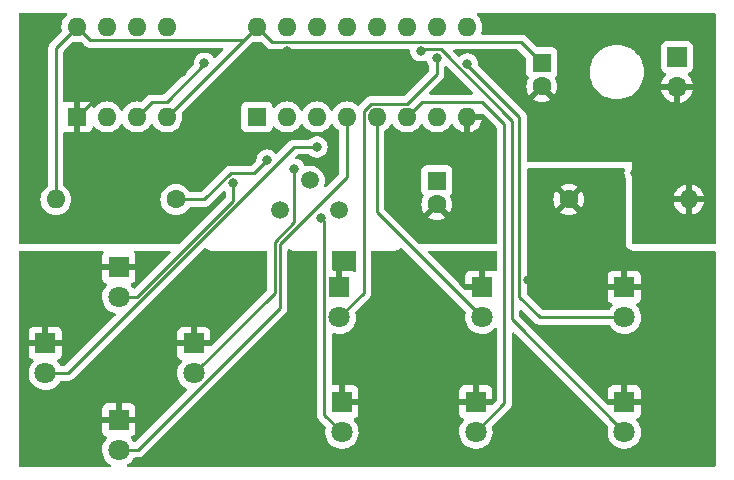
<source format=gbr>
%TF.GenerationSoftware,KiCad,Pcbnew,6.0.10-86aedd382b~118~ubuntu20.04.1*%
%TF.CreationDate,2023-02-21T22:20:47-08:00*%
%TF.ProjectId,SolderProject,536f6c64-6572-4507-926f-6a6563742e6b,rev?*%
%TF.SameCoordinates,Original*%
%TF.FileFunction,Copper,L2,Bot*%
%TF.FilePolarity,Positive*%
%FSLAX46Y46*%
G04 Gerber Fmt 4.6, Leading zero omitted, Abs format (unit mm)*
G04 Created by KiCad (PCBNEW 6.0.10-86aedd382b~118~ubuntu20.04.1) date 2023-02-21 22:20:47*
%MOMM*%
%LPD*%
G01*
G04 APERTURE LIST*
%TA.AperFunction,ComponentPad*%
%ADD10R,1.800000X1.800000*%
%TD*%
%TA.AperFunction,ComponentPad*%
%ADD11C,1.800000*%
%TD*%
%TA.AperFunction,ComponentPad*%
%ADD12R,1.600000X1.600000*%
%TD*%
%TA.AperFunction,ComponentPad*%
%ADD13O,1.600000X1.600000*%
%TD*%
%TA.AperFunction,ComponentPad*%
%ADD14C,1.600000*%
%TD*%
%TA.AperFunction,ComponentPad*%
%ADD15R,1.700000X1.700000*%
%TD*%
%TA.AperFunction,ComponentPad*%
%ADD16O,1.700000X1.700000*%
%TD*%
%TA.AperFunction,ComponentPad*%
%ADD17C,1.500000*%
%TD*%
%TA.AperFunction,ViaPad*%
%ADD18C,0.800000*%
%TD*%
%TA.AperFunction,Conductor*%
%ADD19C,0.250000*%
%TD*%
G04 APERTURE END LIST*
D10*
%TO.P,D3,1,K*%
%TO.N,/LED_K*%
X108966000Y-95504000D03*
D11*
%TO.P,D3,2,A*%
%TO.N,Net-(D3-Pad2)*%
X108966000Y-98044000D03*
%TD*%
D10*
%TO.P,D2,1,K*%
%TO.N,/LED_K*%
X115316000Y-89027000D03*
D11*
%TO.P,D2,2,A*%
%TO.N,Net-(D2-Pad2)*%
X115316000Y-91567000D03*
%TD*%
D10*
%TO.P,D5,1,K*%
%TO.N,/LED_K*%
X127635000Y-84265000D03*
D11*
%TO.P,D5,2,A*%
%TO.N,Net-(D5-Pad2)*%
X127635000Y-86805000D03*
%TD*%
D12*
%TO.P,U1,1,GND*%
%TO.N,GND*%
X105410000Y-69850000D03*
D13*
%TO.P,U1,2,TR*%
%TO.N,Net-(C1-Pad1)*%
X107950000Y-69850000D03*
%TO.P,U1,3,Q*%
%TO.N,Net-(U1-Pad3)*%
X110490000Y-69850000D03*
%TO.P,U1,4,R*%
%TO.N,VCC*%
X113030000Y-69850000D03*
%TO.P,U1,5,CV*%
%TO.N,unconnected-(U1-Pad5)*%
X113030000Y-62230000D03*
%TO.P,U1,6,THR*%
%TO.N,Net-(C1-Pad1)*%
X110490000Y-62230000D03*
%TO.P,U1,7,DIS*%
%TO.N,Net-(R1-Pad1)*%
X107950000Y-62230000D03*
%TO.P,U1,8,VCC*%
%TO.N,VCC*%
X105410000Y-62230000D03*
%TD*%
D10*
%TO.P,D6,1,K*%
%TO.N,/LED_K*%
X127845000Y-93980000D03*
D11*
%TO.P,D6,2,A*%
%TO.N,Net-(D6-Pad2)*%
X127845000Y-96520000D03*
%TD*%
D12*
%TO.P,C1,1*%
%TO.N,Net-(C1-Pad1)*%
X135890000Y-75244888D03*
D14*
%TO.P,C1,2*%
%TO.N,GND*%
X135890000Y-77244888D03*
%TD*%
D12*
%TO.P,U2,1,Q5*%
%TO.N,Net-(D6-Pad2)*%
X120650000Y-69850000D03*
D13*
%TO.P,U2,2,Q1*%
%TO.N,Net-(D2-Pad2)*%
X123190000Y-69850000D03*
%TO.P,U2,3,Q0*%
%TO.N,Net-(D1-Pad2)*%
X125730000Y-69850000D03*
%TO.P,U2,4,Q2*%
%TO.N,Net-(D3-Pad2)*%
X128270000Y-69850000D03*
%TO.P,U2,5,Q6*%
%TO.N,Net-(D7-Pad2)*%
X130810000Y-69850000D03*
%TO.P,U2,6,Q7*%
%TO.N,Net-(D8-Pad2)*%
X133350000Y-69850000D03*
%TO.P,U2,7,Q3*%
%TO.N,Net-(D4-Pad2)*%
X135890000Y-69850000D03*
%TO.P,U2,8,VSS*%
%TO.N,GND*%
X138430000Y-69850000D03*
%TO.P,U2,9,Q8*%
%TO.N,Net-(D9-Pad2)*%
X138430000Y-62230000D03*
%TO.P,U2,10,Q4*%
%TO.N,Net-(D5-Pad2)*%
X135890000Y-62230000D03*
%TO.P,U2,11,Q9*%
%TO.N,Net-(D10-Pad2)*%
X133350000Y-62230000D03*
%TO.P,U2,12,Cout*%
%TO.N,unconnected-(U2-Pad12)*%
X130810000Y-62230000D03*
%TO.P,U2,13,CKEN*%
%TO.N,GND*%
X128270000Y-62230000D03*
%TO.P,U2,14,CLK*%
%TO.N,Net-(U1-Pad3)*%
X125730000Y-62230000D03*
%TO.P,U2,15,Reset*%
%TO.N,GND*%
X123190000Y-62230000D03*
%TO.P,U2,16,VDD*%
%TO.N,VCC*%
X120650000Y-62230000D03*
%TD*%
D14*
%TO.P,R3,1*%
%TO.N,/LED_K*%
X147066000Y-76835000D03*
D13*
%TO.P,R3,2*%
%TO.N,GND*%
X157226000Y-76835000D03*
%TD*%
D10*
%TO.P,D7,1,K*%
%TO.N,/LED_K*%
X139700000Y-84265000D03*
D11*
%TO.P,D7,2,A*%
%TO.N,Net-(D7-Pad2)*%
X139700000Y-86805000D03*
%TD*%
D10*
%TO.P,D1,1,K*%
%TO.N,/LED_K*%
X108966000Y-82550000D03*
D11*
%TO.P,D1,2,A*%
%TO.N,Net-(D1-Pad2)*%
X108966000Y-85090000D03*
%TD*%
D15*
%TO.P,B1,1,+*%
%TO.N,VCC*%
X156210000Y-64770000D03*
D16*
%TO.P,B1,2,-*%
%TO.N,GND*%
X156210000Y-67310000D03*
%TD*%
D17*
%TO.P,RV1,1,1*%
%TO.N,Net-(C1-Pad1)*%
X122635000Y-77724000D03*
%TO.P,RV1,2,2*%
%TO.N,Net-(R1-Pad1)*%
X125135000Y-75224000D03*
%TO.P,RV1,3,3*%
X127635000Y-77724000D03*
%TD*%
D10*
%TO.P,D9,1,K*%
%TO.N,/LED_K*%
X151765000Y-84265000D03*
D11*
%TO.P,D9,2,A*%
%TO.N,Net-(D9-Pad2)*%
X151765000Y-86805000D03*
%TD*%
D12*
%TO.P,C2,1*%
%TO.N,VCC*%
X144780000Y-65264440D03*
D14*
%TO.P,C2,2*%
%TO.N,GND*%
X144780000Y-67264440D03*
%TD*%
D10*
%TO.P,D10,1,K*%
%TO.N,/LED_K*%
X151765000Y-93980000D03*
D11*
%TO.P,D10,2,A*%
%TO.N,Net-(D10-Pad2)*%
X151765000Y-96520000D03*
%TD*%
D10*
%TO.P,D8,1,K*%
%TO.N,/LED_K*%
X139192000Y-93980000D03*
D11*
%TO.P,D8,2,A*%
%TO.N,Net-(D8-Pad2)*%
X139192000Y-96520000D03*
%TD*%
D14*
%TO.P,R1,1*%
%TO.N,Net-(R1-Pad1)*%
X113792000Y-76835000D03*
D13*
%TO.P,R1,2*%
%TO.N,VCC*%
X103632000Y-76835000D03*
%TD*%
D10*
%TO.P,D4,1,K*%
%TO.N,/LED_K*%
X102743000Y-89002000D03*
D11*
%TO.P,D4,2,A*%
%TO.N,Net-(D4-Pad2)*%
X102743000Y-91542000D03*
%TD*%
D18*
%TO.N,GND*%
X148920000Y-68260000D03*
X131445000Y-66040000D03*
X152670000Y-74590000D03*
X148580000Y-72680000D03*
X125095000Y-66040000D03*
X150930000Y-72350000D03*
X146950000Y-71460000D03*
X123190000Y-64224500D03*
X114300000Y-66040000D03*
X137123951Y-66675000D03*
X155610000Y-73540000D03*
%TO.N,Net-(U1-Pad3)*%
X116205000Y-65315500D03*
%TO.N,Net-(D1-Pad2)*%
X118641299Y-75423299D03*
%TO.N,Net-(D2-Pad2)*%
X123825000Y-74295000D03*
%TO.N,Net-(D4-Pad2)*%
X125730000Y-72390000D03*
%TO.N,Net-(D5-Pad2)*%
X135890000Y-64859500D03*
%TO.N,Net-(D6-Pad2)*%
X126047500Y-78422500D03*
%TO.N,Net-(D9-Pad2)*%
X138466049Y-65368951D03*
%TO.N,Net-(D10-Pad2)*%
X134530500Y-64224500D03*
%TO.N,Net-(R1-Pad1)*%
X121524549Y-73509951D03*
%TO.N,/LED_K*%
X135360000Y-88500000D03*
X125360000Y-90430000D03*
X146320000Y-80960000D03*
X149100000Y-78950000D03*
X130490000Y-90800000D03*
X122370000Y-92310000D03*
X135790000Y-91290000D03*
X131860000Y-92760000D03*
X127620000Y-90690000D03*
X148300000Y-83160000D03*
X147320000Y-78660000D03*
X143599500Y-83650000D03*
%TD*%
D19*
%TO.N,Net-(R1-Pad1)*%
X121524549Y-73509951D02*
X120434500Y-74600000D01*
X120434500Y-74600000D02*
X118440000Y-74600000D01*
X118440000Y-74600000D02*
X116205000Y-76835000D01*
X116205000Y-76835000D02*
X113792000Y-76835000D01*
%TO.N,Net-(D1-Pad2)*%
X118641299Y-76937305D02*
X110488604Y-85090000D01*
X118641299Y-75423299D02*
X118641299Y-76937305D01*
X110488604Y-85090000D02*
X108966000Y-85090000D01*
%TO.N,GND*%
X123279500Y-64224500D02*
X125095000Y-66040000D01*
X105410000Y-69850000D02*
X109220000Y-66040000D01*
X109220000Y-66040000D02*
X114300000Y-66040000D01*
X123190000Y-64224500D02*
X123279500Y-64224500D01*
%TO.N,Net-(U1-Pad3)*%
X113030000Y-68580000D02*
X111760000Y-68580000D01*
X116205000Y-65405000D02*
X113030000Y-68580000D01*
X116205000Y-65315500D02*
X116205000Y-65405000D01*
X111760000Y-68580000D02*
X110490000Y-69850000D01*
%TO.N,VCC*%
X113030000Y-69850000D02*
X120650000Y-62230000D01*
X143015560Y-63500000D02*
X121920000Y-63500000D01*
X105410000Y-62230000D02*
X106535000Y-63355000D01*
X144780000Y-65264440D02*
X143015560Y-63500000D01*
X121920000Y-63500000D02*
X120650000Y-62230000D01*
X105410000Y-62230000D02*
X103632000Y-64008000D01*
X119525000Y-63355000D02*
X120650000Y-62230000D01*
X106535000Y-63355000D02*
X119525000Y-63355000D01*
X103632000Y-64008000D02*
X103632000Y-76835000D01*
%TO.N,Net-(D2-Pad2)*%
X123825000Y-74295000D02*
X123825000Y-78738604D01*
X123825000Y-78738604D02*
X122154476Y-80409128D01*
X122154476Y-80409128D02*
X122154476Y-84728524D01*
X122154476Y-84728524D02*
X115316000Y-91567000D01*
%TO.N,Net-(D3-Pad2)*%
X128270000Y-74930000D02*
X128270000Y-69850000D01*
X108966000Y-98044000D02*
X110571412Y-98044000D01*
X110571412Y-98044000D02*
X122604476Y-86010936D01*
X122604476Y-80595524D02*
X128270000Y-74930000D01*
X122604476Y-86010936D02*
X122604476Y-80595524D01*
%TO.N,Net-(D4-Pad2)*%
X125730000Y-72390000D02*
X123825000Y-72390000D01*
X104673000Y-91542000D02*
X102743000Y-91542000D01*
X123825000Y-72390000D02*
X104673000Y-91542000D01*
%TO.N,Net-(D5-Pad2)*%
X129685000Y-84755000D02*
X127635000Y-86805000D01*
X129685000Y-69384009D02*
X129685000Y-84755000D01*
X135890000Y-66197005D02*
X133362005Y-68725000D01*
X135890000Y-64859500D02*
X135890000Y-66197005D01*
X130344009Y-68725000D02*
X129685000Y-69384009D01*
X133362005Y-68725000D02*
X130344009Y-68725000D01*
%TO.N,Net-(D6-Pad2)*%
X126365000Y-78740000D02*
X126365000Y-95040000D01*
X126365000Y-95040000D02*
X127845000Y-96520000D01*
X126047500Y-78422500D02*
X126365000Y-78740000D01*
%TO.N,Net-(D7-Pad2)*%
X130810000Y-77915000D02*
X130810000Y-69850000D01*
X139700000Y-86805000D02*
X130810000Y-77915000D01*
%TO.N,Net-(D8-Pad2)*%
X141605000Y-70485000D02*
X139700000Y-68580000D01*
X134620000Y-68580000D02*
X133350000Y-69850000D01*
X139192000Y-96520000D02*
X141605000Y-94107000D01*
X141605000Y-94107000D02*
X141605000Y-70485000D01*
X139700000Y-68580000D02*
X134620000Y-68580000D01*
%TO.N,Net-(D9-Pad2)*%
X142875000Y-69850000D02*
X142875000Y-85090000D01*
X138466049Y-65441049D02*
X142875000Y-69850000D01*
X144590000Y-86805000D02*
X151765000Y-86805000D01*
X138466049Y-65368951D02*
X138466049Y-65441049D01*
X142875000Y-85090000D02*
X144590000Y-86805000D01*
%TO.N,Net-(D10-Pad2)*%
X136207500Y-64135000D02*
X142240000Y-70167500D01*
X142240000Y-86995000D02*
X151765000Y-96520000D01*
X134620000Y-64135000D02*
X136207500Y-64135000D01*
X142240000Y-70167500D02*
X142240000Y-86995000D01*
X134530500Y-64224500D02*
X134620000Y-64135000D01*
%TD*%
%TA.AperFunction,Conductor*%
%TO.N,GND*%
G36*
X139845237Y-69621142D02*
G01*
X140934595Y-70710500D01*
X140968621Y-70772812D01*
X140971500Y-70799595D01*
X140971500Y-80519000D01*
X140951498Y-80587121D01*
X140897842Y-80633614D01*
X140845500Y-80645000D01*
X134488095Y-80645000D01*
X134419974Y-80624998D01*
X134399000Y-80608095D01*
X132121855Y-78330950D01*
X135168493Y-78330950D01*
X135177789Y-78342965D01*
X135228994Y-78378819D01*
X135238489Y-78384302D01*
X135435947Y-78476378D01*
X135446239Y-78480124D01*
X135656688Y-78536513D01*
X135667481Y-78538416D01*
X135884525Y-78557405D01*
X135895475Y-78557405D01*
X136112519Y-78538416D01*
X136123312Y-78536513D01*
X136333761Y-78480124D01*
X136344053Y-78476378D01*
X136541511Y-78384302D01*
X136551006Y-78378819D01*
X136603048Y-78342379D01*
X136611424Y-78331900D01*
X136604356Y-78318454D01*
X135902812Y-77616910D01*
X135888868Y-77609296D01*
X135887035Y-77609427D01*
X135880420Y-77613678D01*
X135174923Y-78319175D01*
X135168493Y-78330950D01*
X132121855Y-78330950D01*
X131480405Y-77689500D01*
X131446379Y-77627188D01*
X131443500Y-77600405D01*
X131443500Y-77250363D01*
X134577483Y-77250363D01*
X134596472Y-77467407D01*
X134598375Y-77478200D01*
X134654764Y-77688649D01*
X134658510Y-77698941D01*
X134750586Y-77896399D01*
X134756069Y-77905894D01*
X134792509Y-77957936D01*
X134802988Y-77966312D01*
X134816434Y-77959244D01*
X135800905Y-76974773D01*
X135863217Y-76940747D01*
X135934032Y-76945812D01*
X135979095Y-76974773D01*
X136964287Y-77959965D01*
X136976062Y-77966395D01*
X136988077Y-77957099D01*
X137023931Y-77905894D01*
X137029414Y-77896399D01*
X137121490Y-77698941D01*
X137125236Y-77688649D01*
X137181625Y-77478200D01*
X137183528Y-77467407D01*
X137202517Y-77250363D01*
X137202517Y-77239413D01*
X137183528Y-77022369D01*
X137181625Y-77011576D01*
X137125236Y-76801127D01*
X137121490Y-76790835D01*
X137029414Y-76593377D01*
X137023929Y-76583877D01*
X137023299Y-76582978D01*
X137023144Y-76582518D01*
X137021182Y-76579120D01*
X137021865Y-76578726D01*
X137000612Y-76515704D01*
X137017898Y-76446844D01*
X137040934Y-76421085D01*
X137039730Y-76419881D01*
X137046081Y-76413530D01*
X137053261Y-76408149D01*
X137058642Y-76400969D01*
X137058645Y-76400966D01*
X137135229Y-76298779D01*
X137140615Y-76291593D01*
X137191745Y-76155204D01*
X137198500Y-76093022D01*
X137198500Y-74396754D01*
X137191745Y-74334572D01*
X137140615Y-74198183D01*
X137053261Y-74081627D01*
X136936705Y-73994273D01*
X136800316Y-73943143D01*
X136738134Y-73936388D01*
X135041866Y-73936388D01*
X134979684Y-73943143D01*
X134843295Y-73994273D01*
X134726739Y-74081627D01*
X134639385Y-74198183D01*
X134588255Y-74334572D01*
X134581500Y-74396754D01*
X134581500Y-76093022D01*
X134588255Y-76155204D01*
X134639385Y-76291593D01*
X134644771Y-76298779D01*
X134721355Y-76400966D01*
X134721358Y-76400969D01*
X134726739Y-76408149D01*
X134733919Y-76413530D01*
X134740270Y-76419881D01*
X134738128Y-76422023D01*
X134771564Y-76466734D01*
X134776594Y-76537552D01*
X134758477Y-76578923D01*
X134758818Y-76579120D01*
X134757048Y-76582186D01*
X134756701Y-76582978D01*
X134756071Y-76583877D01*
X134750586Y-76593377D01*
X134658510Y-76790835D01*
X134654764Y-76801127D01*
X134598375Y-77011576D01*
X134596472Y-77022369D01*
X134577483Y-77239413D01*
X134577483Y-77250363D01*
X131443500Y-77250363D01*
X131443500Y-71069394D01*
X131463502Y-71001273D01*
X131497229Y-70966181D01*
X131649789Y-70859357D01*
X131649792Y-70859355D01*
X131654300Y-70856198D01*
X131816198Y-70694300D01*
X131820442Y-70688240D01*
X131944366Y-70511257D01*
X131947523Y-70506749D01*
X131949846Y-70501767D01*
X131949849Y-70501762D01*
X131965805Y-70467543D01*
X132012722Y-70414258D01*
X132080999Y-70394797D01*
X132148959Y-70415339D01*
X132194195Y-70467543D01*
X132210151Y-70501762D01*
X132210154Y-70501767D01*
X132212477Y-70506749D01*
X132215634Y-70511257D01*
X132339559Y-70688240D01*
X132343802Y-70694300D01*
X132505700Y-70856198D01*
X132510208Y-70859355D01*
X132510211Y-70859357D01*
X132551195Y-70888054D01*
X132693251Y-70987523D01*
X132698233Y-70989846D01*
X132698238Y-70989849D01*
X132868825Y-71069394D01*
X132900757Y-71084284D01*
X132906065Y-71085706D01*
X132906067Y-71085707D01*
X133116598Y-71142119D01*
X133116600Y-71142119D01*
X133121913Y-71143543D01*
X133350000Y-71163498D01*
X133578087Y-71143543D01*
X133583400Y-71142119D01*
X133583402Y-71142119D01*
X133793933Y-71085707D01*
X133793935Y-71085706D01*
X133799243Y-71084284D01*
X133831175Y-71069394D01*
X134001762Y-70989849D01*
X134001767Y-70989846D01*
X134006749Y-70987523D01*
X134148805Y-70888054D01*
X134189789Y-70859357D01*
X134189792Y-70859355D01*
X134194300Y-70856198D01*
X134356198Y-70694300D01*
X134360442Y-70688240D01*
X134484366Y-70511257D01*
X134487523Y-70506749D01*
X134489846Y-70501767D01*
X134489849Y-70501762D01*
X134505805Y-70467543D01*
X134552722Y-70414258D01*
X134620999Y-70394797D01*
X134688959Y-70415339D01*
X134734195Y-70467543D01*
X134750151Y-70501762D01*
X134750154Y-70501767D01*
X134752477Y-70506749D01*
X134755634Y-70511257D01*
X134879559Y-70688240D01*
X134883802Y-70694300D01*
X135045700Y-70856198D01*
X135050208Y-70859355D01*
X135050211Y-70859357D01*
X135091195Y-70888054D01*
X135233251Y-70987523D01*
X135238233Y-70989846D01*
X135238238Y-70989849D01*
X135408825Y-71069394D01*
X135440757Y-71084284D01*
X135446065Y-71085706D01*
X135446067Y-71085707D01*
X135656598Y-71142119D01*
X135656600Y-71142119D01*
X135661913Y-71143543D01*
X135890000Y-71163498D01*
X136118087Y-71143543D01*
X136123400Y-71142119D01*
X136123402Y-71142119D01*
X136333933Y-71085707D01*
X136333935Y-71085706D01*
X136339243Y-71084284D01*
X136371175Y-71069394D01*
X136541762Y-70989849D01*
X136541767Y-70989846D01*
X136546749Y-70987523D01*
X136688805Y-70888054D01*
X136729789Y-70859357D01*
X136729792Y-70859355D01*
X136734300Y-70856198D01*
X136896198Y-70694300D01*
X136900442Y-70688240D01*
X137024366Y-70511257D01*
X137027523Y-70506749D01*
X137029846Y-70501767D01*
X137029849Y-70501762D01*
X137046081Y-70466951D01*
X137092998Y-70413666D01*
X137161275Y-70394205D01*
X137229235Y-70414747D01*
X137274471Y-70466951D01*
X137290586Y-70501511D01*
X137296069Y-70511007D01*
X137421028Y-70689467D01*
X137428084Y-70697875D01*
X137582125Y-70851916D01*
X137590533Y-70858972D01*
X137768993Y-70983931D01*
X137778489Y-70989414D01*
X137975947Y-71081490D01*
X137986239Y-71085236D01*
X138158503Y-71131394D01*
X138172599Y-71131058D01*
X138176000Y-71123116D01*
X138176000Y-71117967D01*
X138684000Y-71117967D01*
X138687973Y-71131498D01*
X138696522Y-71132727D01*
X138873761Y-71085236D01*
X138884053Y-71081490D01*
X139081511Y-70989414D01*
X139091007Y-70983931D01*
X139269467Y-70858972D01*
X139277875Y-70851916D01*
X139431916Y-70697875D01*
X139438972Y-70689467D01*
X139563931Y-70511007D01*
X139569414Y-70501511D01*
X139661490Y-70304053D01*
X139665236Y-70293761D01*
X139711394Y-70121497D01*
X139711058Y-70107401D01*
X139703116Y-70104000D01*
X138702115Y-70104000D01*
X138686876Y-70108475D01*
X138685671Y-70109865D01*
X138684000Y-70117548D01*
X138684000Y-71117967D01*
X138176000Y-71117967D01*
X138176000Y-69722000D01*
X138196002Y-69653879D01*
X138249658Y-69607386D01*
X138302000Y-69596000D01*
X139697965Y-69596000D01*
X139720643Y-69589341D01*
X139791639Y-69589341D01*
X139845237Y-69621142D01*
G37*
%TD.AperFunction*%
%TA.AperFunction,Conductor*%
G36*
X104536933Y-61036502D02*
G01*
X104583426Y-61090158D01*
X104593530Y-61160432D01*
X104564036Y-61225012D01*
X104557907Y-61231595D01*
X104403802Y-61385700D01*
X104272477Y-61573251D01*
X104270154Y-61578233D01*
X104270151Y-61578238D01*
X104270034Y-61578489D01*
X104175716Y-61780757D01*
X104116457Y-62001913D01*
X104096502Y-62230000D01*
X104116457Y-62458087D01*
X104117879Y-62463392D01*
X104117881Y-62463406D01*
X104133459Y-62521539D01*
X104131771Y-62592516D01*
X104100848Y-62643248D01*
X103239742Y-63504353D01*
X103231463Y-63511887D01*
X103224982Y-63516000D01*
X103203241Y-63539152D01*
X103178357Y-63565651D01*
X103175602Y-63568493D01*
X103155865Y-63588230D01*
X103153385Y-63591427D01*
X103145682Y-63600447D01*
X103115414Y-63632679D01*
X103111595Y-63639625D01*
X103111593Y-63639628D01*
X103105652Y-63650434D01*
X103094801Y-63666953D01*
X103082386Y-63682959D01*
X103079241Y-63690228D01*
X103079238Y-63690232D01*
X103064826Y-63723537D01*
X103059609Y-63734187D01*
X103038305Y-63772940D01*
X103036334Y-63780615D01*
X103036334Y-63780616D01*
X103033267Y-63792562D01*
X103026863Y-63811266D01*
X103018819Y-63829855D01*
X103017580Y-63837678D01*
X103017577Y-63837688D01*
X103011901Y-63873524D01*
X103009495Y-63885144D01*
X103000794Y-63919035D01*
X102998500Y-63927970D01*
X102998500Y-63948224D01*
X102996949Y-63967934D01*
X102993780Y-63987943D01*
X102994526Y-63995835D01*
X102997941Y-64031961D01*
X102998500Y-64043819D01*
X102998500Y-75615606D01*
X102978498Y-75683727D01*
X102944771Y-75718819D01*
X102792211Y-75825643D01*
X102792208Y-75825645D01*
X102787700Y-75828802D01*
X102625802Y-75990700D01*
X102494477Y-76178251D01*
X102492154Y-76183233D01*
X102492151Y-76183238D01*
X102400039Y-76380775D01*
X102397716Y-76385757D01*
X102396294Y-76391065D01*
X102396293Y-76391067D01*
X102342908Y-76590300D01*
X102338457Y-76606913D01*
X102318502Y-76835000D01*
X102338457Y-77063087D01*
X102339881Y-77068400D01*
X102339881Y-77068402D01*
X102393560Y-77268731D01*
X102397716Y-77284243D01*
X102400039Y-77289224D01*
X102400039Y-77289225D01*
X102492151Y-77486762D01*
X102492154Y-77486767D01*
X102494477Y-77491749D01*
X102529247Y-77541405D01*
X102611911Y-77659461D01*
X102625802Y-77679300D01*
X102787700Y-77841198D01*
X102792208Y-77844355D01*
X102792211Y-77844357D01*
X102866535Y-77896399D01*
X102975251Y-77972523D01*
X102980233Y-77974846D01*
X102980238Y-77974849D01*
X103176765Y-78066490D01*
X103182757Y-78069284D01*
X103188065Y-78070706D01*
X103188067Y-78070707D01*
X103398598Y-78127119D01*
X103398600Y-78127119D01*
X103403913Y-78128543D01*
X103632000Y-78148498D01*
X103860087Y-78128543D01*
X103865400Y-78127119D01*
X103865402Y-78127119D01*
X104075933Y-78070707D01*
X104075935Y-78070706D01*
X104081243Y-78069284D01*
X104087235Y-78066490D01*
X104283762Y-77974849D01*
X104283767Y-77974846D01*
X104288749Y-77972523D01*
X104397465Y-77896399D01*
X104471789Y-77844357D01*
X104471792Y-77844355D01*
X104476300Y-77841198D01*
X104638198Y-77679300D01*
X104652090Y-77659461D01*
X104734753Y-77541405D01*
X104769523Y-77491749D01*
X104771846Y-77486767D01*
X104771849Y-77486762D01*
X104863961Y-77289225D01*
X104863961Y-77289224D01*
X104866284Y-77284243D01*
X104870441Y-77268731D01*
X104924119Y-77068402D01*
X104924119Y-77068400D01*
X104925543Y-77063087D01*
X104945498Y-76835000D01*
X104925543Y-76606913D01*
X104921092Y-76590300D01*
X104867707Y-76391067D01*
X104867706Y-76391065D01*
X104866284Y-76385757D01*
X104863961Y-76380775D01*
X104771849Y-76183238D01*
X104771846Y-76183233D01*
X104769523Y-76178251D01*
X104638198Y-75990700D01*
X104476300Y-75828802D01*
X104471792Y-75825645D01*
X104471789Y-75825643D01*
X104319229Y-75718819D01*
X104274901Y-75663362D01*
X104265500Y-75615606D01*
X104265500Y-71245218D01*
X104285502Y-71177097D01*
X104339158Y-71130604D01*
X104409432Y-71120500D01*
X104435729Y-71127236D01*
X104492391Y-71148478D01*
X104507649Y-71152105D01*
X104558514Y-71157631D01*
X104565328Y-71158000D01*
X105137885Y-71158000D01*
X105153124Y-71153525D01*
X105154329Y-71152135D01*
X105156000Y-71144452D01*
X105156000Y-68560116D01*
X105151525Y-68544877D01*
X105150135Y-68543672D01*
X105142452Y-68542001D01*
X104565331Y-68542001D01*
X104558510Y-68542371D01*
X104507648Y-68547895D01*
X104492393Y-68551522D01*
X104435729Y-68572764D01*
X104364922Y-68577947D01*
X104302553Y-68544026D01*
X104268424Y-68481770D01*
X104265500Y-68454782D01*
X104265500Y-64322594D01*
X104285502Y-64254473D01*
X104302405Y-64233499D01*
X104996752Y-63539152D01*
X105059064Y-63505126D01*
X105118459Y-63506541D01*
X105176591Y-63522118D01*
X105176602Y-63522120D01*
X105181913Y-63523543D01*
X105410000Y-63543498D01*
X105638087Y-63523543D01*
X105643398Y-63522120D01*
X105643409Y-63522118D01*
X105701541Y-63506541D01*
X105772517Y-63508230D01*
X105823248Y-63539152D01*
X106031343Y-63747247D01*
X106038887Y-63755537D01*
X106043000Y-63762018D01*
X106048777Y-63767443D01*
X106092667Y-63808658D01*
X106095509Y-63811413D01*
X106115230Y-63831134D01*
X106118425Y-63833612D01*
X106127447Y-63841318D01*
X106159679Y-63871586D01*
X106166628Y-63875406D01*
X106177432Y-63881346D01*
X106193956Y-63892199D01*
X106209959Y-63904613D01*
X106250543Y-63922176D01*
X106261173Y-63927383D01*
X106299940Y-63948695D01*
X106307617Y-63950666D01*
X106307622Y-63950668D01*
X106319558Y-63953732D01*
X106338266Y-63960137D01*
X106356855Y-63968181D01*
X106364683Y-63969421D01*
X106364690Y-63969423D01*
X106400524Y-63975099D01*
X106412144Y-63977505D01*
X106446471Y-63986318D01*
X106454970Y-63988500D01*
X106475224Y-63988500D01*
X106494934Y-63990051D01*
X106514943Y-63993220D01*
X106522835Y-63992474D01*
X106558961Y-63989059D01*
X106570819Y-63988500D01*
X117691405Y-63988500D01*
X117759526Y-64008502D01*
X117806019Y-64062158D01*
X117816123Y-64132432D01*
X117786629Y-64197012D01*
X117780500Y-64203595D01*
X117155867Y-64828228D01*
X117093555Y-64862254D01*
X117022740Y-64857189D01*
X116965904Y-64814642D01*
X116957654Y-64802136D01*
X116947341Y-64784274D01*
X116944040Y-64778556D01*
X116933052Y-64766352D01*
X116820675Y-64641545D01*
X116820674Y-64641544D01*
X116816253Y-64636634D01*
X116661752Y-64524382D01*
X116655724Y-64521698D01*
X116655722Y-64521697D01*
X116493319Y-64449391D01*
X116493318Y-64449391D01*
X116487288Y-64446706D01*
X116393888Y-64426853D01*
X116306944Y-64408372D01*
X116306939Y-64408372D01*
X116300487Y-64407000D01*
X116109513Y-64407000D01*
X116103061Y-64408372D01*
X116103056Y-64408372D01*
X116016112Y-64426853D01*
X115922712Y-64446706D01*
X115916682Y-64449391D01*
X115916681Y-64449391D01*
X115754278Y-64521697D01*
X115754276Y-64521698D01*
X115748248Y-64524382D01*
X115593747Y-64636634D01*
X115589326Y-64641544D01*
X115589325Y-64641545D01*
X115476949Y-64766352D01*
X115465960Y-64778556D01*
X115370473Y-64943944D01*
X115311458Y-65125572D01*
X115310768Y-65132133D01*
X115310768Y-65132135D01*
X115306500Y-65172745D01*
X115291496Y-65315500D01*
X115292186Y-65322065D01*
X115295400Y-65352646D01*
X115282628Y-65422484D01*
X115259185Y-65454911D01*
X112804500Y-67909595D01*
X112742188Y-67943621D01*
X112715405Y-67946500D01*
X111838767Y-67946500D01*
X111827584Y-67945973D01*
X111820091Y-67944298D01*
X111812165Y-67944547D01*
X111812164Y-67944547D01*
X111752014Y-67946438D01*
X111748055Y-67946500D01*
X111720144Y-67946500D01*
X111716210Y-67946997D01*
X111716209Y-67946997D01*
X111716144Y-67947005D01*
X111704307Y-67947938D01*
X111672490Y-67948938D01*
X111668029Y-67949078D01*
X111660110Y-67949327D01*
X111642454Y-67954456D01*
X111640658Y-67954978D01*
X111621306Y-67958986D01*
X111614235Y-67959880D01*
X111601203Y-67961526D01*
X111593834Y-67964443D01*
X111593832Y-67964444D01*
X111560097Y-67977800D01*
X111548869Y-67981645D01*
X111506407Y-67993982D01*
X111499585Y-67998016D01*
X111499579Y-67998019D01*
X111488968Y-68004294D01*
X111471218Y-68012990D01*
X111459756Y-68017528D01*
X111459751Y-68017531D01*
X111452383Y-68020448D01*
X111445968Y-68025109D01*
X111416625Y-68046427D01*
X111406707Y-68052943D01*
X111403914Y-68054595D01*
X111368637Y-68075458D01*
X111354313Y-68089782D01*
X111339281Y-68102621D01*
X111322893Y-68114528D01*
X111302663Y-68138982D01*
X111294712Y-68148593D01*
X111286722Y-68157373D01*
X110903247Y-68540848D01*
X110840935Y-68574874D01*
X110781542Y-68573460D01*
X110718087Y-68556457D01*
X110490000Y-68536502D01*
X110261913Y-68556457D01*
X110256600Y-68557881D01*
X110256598Y-68557881D01*
X110046067Y-68614293D01*
X110046065Y-68614294D01*
X110040757Y-68615716D01*
X110035776Y-68618039D01*
X110035775Y-68618039D01*
X109838238Y-68710151D01*
X109838233Y-68710154D01*
X109833251Y-68712477D01*
X109728389Y-68785902D01*
X109650211Y-68840643D01*
X109650208Y-68840645D01*
X109645700Y-68843802D01*
X109483802Y-69005700D01*
X109480645Y-69010208D01*
X109480643Y-69010211D01*
X109425902Y-69088389D01*
X109352477Y-69193251D01*
X109350154Y-69198233D01*
X109350151Y-69198238D01*
X109334195Y-69232457D01*
X109287278Y-69285742D01*
X109219001Y-69305203D01*
X109151041Y-69284661D01*
X109105805Y-69232457D01*
X109089849Y-69198238D01*
X109089846Y-69198233D01*
X109087523Y-69193251D01*
X109014098Y-69088389D01*
X108959357Y-69010211D01*
X108959355Y-69010208D01*
X108956198Y-69005700D01*
X108794300Y-68843802D01*
X108789792Y-68840645D01*
X108789789Y-68840643D01*
X108711611Y-68785902D01*
X108606749Y-68712477D01*
X108601767Y-68710154D01*
X108601762Y-68710151D01*
X108404225Y-68618039D01*
X108404224Y-68618039D01*
X108399243Y-68615716D01*
X108393935Y-68614294D01*
X108393933Y-68614293D01*
X108183402Y-68557881D01*
X108183400Y-68557881D01*
X108178087Y-68556457D01*
X107950000Y-68536502D01*
X107721913Y-68556457D01*
X107716600Y-68557881D01*
X107716598Y-68557881D01*
X107506067Y-68614293D01*
X107506065Y-68614294D01*
X107500757Y-68615716D01*
X107495776Y-68618039D01*
X107495775Y-68618039D01*
X107298238Y-68710151D01*
X107298233Y-68710154D01*
X107293251Y-68712477D01*
X107188389Y-68785902D01*
X107110211Y-68840643D01*
X107110208Y-68840645D01*
X107105700Y-68843802D01*
X106943802Y-69005700D01*
X106940643Y-69010211D01*
X106937108Y-69014424D01*
X106936140Y-69013612D01*
X106885506Y-69054090D01*
X106814887Y-69061404D01*
X106751524Y-69029376D01*
X106715536Y-68968177D01*
X106712480Y-68951099D01*
X106712105Y-68947648D01*
X106708479Y-68932396D01*
X106663324Y-68811946D01*
X106654786Y-68796351D01*
X106578285Y-68694276D01*
X106565724Y-68681715D01*
X106463649Y-68605214D01*
X106448054Y-68596676D01*
X106327606Y-68551522D01*
X106312351Y-68547895D01*
X106261486Y-68542369D01*
X106254672Y-68542000D01*
X105682115Y-68542000D01*
X105666876Y-68546475D01*
X105665671Y-68547865D01*
X105664000Y-68555548D01*
X105664000Y-71139884D01*
X105668475Y-71155123D01*
X105669865Y-71156328D01*
X105677548Y-71157999D01*
X106254669Y-71157999D01*
X106261490Y-71157629D01*
X106312352Y-71152105D01*
X106327604Y-71148479D01*
X106448054Y-71103324D01*
X106463649Y-71094786D01*
X106565724Y-71018285D01*
X106578285Y-71005724D01*
X106654786Y-70903649D01*
X106663324Y-70888054D01*
X106708478Y-70767606D01*
X106712104Y-70752357D01*
X106712479Y-70748904D01*
X106713522Y-70746394D01*
X106713932Y-70744669D01*
X106714211Y-70744735D01*
X106739719Y-70683341D01*
X106798080Y-70642912D01*
X106869034Y-70640454D01*
X106930054Y-70676747D01*
X106939344Y-70688240D01*
X106940641Y-70689786D01*
X106943802Y-70694300D01*
X107105700Y-70856198D01*
X107110208Y-70859355D01*
X107110211Y-70859357D01*
X107151195Y-70888054D01*
X107293251Y-70987523D01*
X107298233Y-70989846D01*
X107298238Y-70989849D01*
X107468825Y-71069394D01*
X107500757Y-71084284D01*
X107506065Y-71085706D01*
X107506067Y-71085707D01*
X107716598Y-71142119D01*
X107716600Y-71142119D01*
X107721913Y-71143543D01*
X107950000Y-71163498D01*
X108178087Y-71143543D01*
X108183400Y-71142119D01*
X108183402Y-71142119D01*
X108393933Y-71085707D01*
X108393935Y-71085706D01*
X108399243Y-71084284D01*
X108431175Y-71069394D01*
X108601762Y-70989849D01*
X108601767Y-70989846D01*
X108606749Y-70987523D01*
X108748805Y-70888054D01*
X108789789Y-70859357D01*
X108789792Y-70859355D01*
X108794300Y-70856198D01*
X108956198Y-70694300D01*
X108960442Y-70688240D01*
X109084366Y-70511257D01*
X109087523Y-70506749D01*
X109089846Y-70501767D01*
X109089849Y-70501762D01*
X109105805Y-70467543D01*
X109152722Y-70414258D01*
X109220999Y-70394797D01*
X109288959Y-70415339D01*
X109334195Y-70467543D01*
X109350151Y-70501762D01*
X109350154Y-70501767D01*
X109352477Y-70506749D01*
X109355634Y-70511257D01*
X109479559Y-70688240D01*
X109483802Y-70694300D01*
X109645700Y-70856198D01*
X109650208Y-70859355D01*
X109650211Y-70859357D01*
X109691195Y-70888054D01*
X109833251Y-70987523D01*
X109838233Y-70989846D01*
X109838238Y-70989849D01*
X110008825Y-71069394D01*
X110040757Y-71084284D01*
X110046065Y-71085706D01*
X110046067Y-71085707D01*
X110256598Y-71142119D01*
X110256600Y-71142119D01*
X110261913Y-71143543D01*
X110490000Y-71163498D01*
X110718087Y-71143543D01*
X110723400Y-71142119D01*
X110723402Y-71142119D01*
X110933933Y-71085707D01*
X110933935Y-71085706D01*
X110939243Y-71084284D01*
X110971175Y-71069394D01*
X111141762Y-70989849D01*
X111141767Y-70989846D01*
X111146749Y-70987523D01*
X111288805Y-70888054D01*
X111329789Y-70859357D01*
X111329792Y-70859355D01*
X111334300Y-70856198D01*
X111496198Y-70694300D01*
X111500442Y-70688240D01*
X111624366Y-70511257D01*
X111627523Y-70506749D01*
X111629846Y-70501767D01*
X111629849Y-70501762D01*
X111645805Y-70467543D01*
X111692722Y-70414258D01*
X111760999Y-70394797D01*
X111828959Y-70415339D01*
X111874195Y-70467543D01*
X111890151Y-70501762D01*
X111890154Y-70501767D01*
X111892477Y-70506749D01*
X111895634Y-70511257D01*
X112019559Y-70688240D01*
X112023802Y-70694300D01*
X112185700Y-70856198D01*
X112190208Y-70859355D01*
X112190211Y-70859357D01*
X112231195Y-70888054D01*
X112373251Y-70987523D01*
X112378233Y-70989846D01*
X112378238Y-70989849D01*
X112548825Y-71069394D01*
X112580757Y-71084284D01*
X112586065Y-71085706D01*
X112586067Y-71085707D01*
X112796598Y-71142119D01*
X112796600Y-71142119D01*
X112801913Y-71143543D01*
X113030000Y-71163498D01*
X113258087Y-71143543D01*
X113263400Y-71142119D01*
X113263402Y-71142119D01*
X113473933Y-71085707D01*
X113473935Y-71085706D01*
X113479243Y-71084284D01*
X113511175Y-71069394D01*
X113681762Y-70989849D01*
X113681767Y-70989846D01*
X113686749Y-70987523D01*
X113828805Y-70888054D01*
X113869789Y-70859357D01*
X113869792Y-70859355D01*
X113874300Y-70856198D01*
X114036198Y-70694300D01*
X114040442Y-70688240D01*
X114164366Y-70511257D01*
X114167523Y-70506749D01*
X114169846Y-70501767D01*
X114169849Y-70501762D01*
X114261961Y-70304225D01*
X114261961Y-70304224D01*
X114264284Y-70299243D01*
X114312970Y-70117548D01*
X114322119Y-70083402D01*
X114322119Y-70083400D01*
X114323543Y-70078087D01*
X114343498Y-69850000D01*
X114323543Y-69621913D01*
X114322120Y-69616602D01*
X114322118Y-69616591D01*
X114306541Y-69558459D01*
X114308230Y-69487483D01*
X114339152Y-69436752D01*
X119930683Y-63845221D01*
X119945717Y-63832380D01*
X119949192Y-63829855D01*
X119962107Y-63820472D01*
X119990298Y-63786395D01*
X119998288Y-63777616D01*
X120236752Y-63539152D01*
X120299064Y-63505126D01*
X120358459Y-63506541D01*
X120416591Y-63522118D01*
X120416602Y-63522120D01*
X120421913Y-63523543D01*
X120650000Y-63543498D01*
X120878087Y-63523543D01*
X120883398Y-63522120D01*
X120883409Y-63522118D01*
X120941541Y-63506541D01*
X121012517Y-63508230D01*
X121063248Y-63539152D01*
X121416343Y-63892247D01*
X121423887Y-63900537D01*
X121428000Y-63907018D01*
X121433777Y-63912443D01*
X121477667Y-63953658D01*
X121480509Y-63956413D01*
X121500230Y-63976134D01*
X121503425Y-63978612D01*
X121512447Y-63986318D01*
X121544679Y-64016586D01*
X121551628Y-64020406D01*
X121562432Y-64026346D01*
X121578956Y-64037199D01*
X121594959Y-64049613D01*
X121635543Y-64067176D01*
X121646173Y-64072383D01*
X121684940Y-64093695D01*
X121692617Y-64095666D01*
X121692622Y-64095668D01*
X121704558Y-64098732D01*
X121723266Y-64105137D01*
X121741855Y-64113181D01*
X121749683Y-64114421D01*
X121749690Y-64114423D01*
X121785524Y-64120099D01*
X121797144Y-64122505D01*
X121832289Y-64131528D01*
X121839970Y-64133500D01*
X121860224Y-64133500D01*
X121879934Y-64135051D01*
X121899943Y-64138220D01*
X121907835Y-64137474D01*
X121943961Y-64134059D01*
X121955819Y-64133500D01*
X133493980Y-64133500D01*
X133562101Y-64153502D01*
X133608594Y-64207158D01*
X133619290Y-64246329D01*
X133635886Y-64404231D01*
X133636958Y-64414428D01*
X133695973Y-64596056D01*
X133791460Y-64761444D01*
X133795878Y-64766351D01*
X133795879Y-64766352D01*
X133895735Y-64877253D01*
X133919247Y-64903366D01*
X134073748Y-65015618D01*
X134079776Y-65018302D01*
X134079778Y-65018303D01*
X134242181Y-65090609D01*
X134248212Y-65093294D01*
X134341612Y-65113147D01*
X134428556Y-65131628D01*
X134428561Y-65131628D01*
X134435013Y-65133000D01*
X134625987Y-65133000D01*
X134632439Y-65131628D01*
X134632444Y-65131628D01*
X134719388Y-65113147D01*
X134812788Y-65093294D01*
X134857860Y-65073227D01*
X134928226Y-65063793D01*
X134992523Y-65093899D01*
X135028940Y-65149396D01*
X135055473Y-65231056D01*
X135150960Y-65396444D01*
X135224137Y-65477715D01*
X135254853Y-65541721D01*
X135256500Y-65562024D01*
X135256500Y-65882411D01*
X135236498Y-65950532D01*
X135219595Y-65971506D01*
X133136505Y-68054595D01*
X133074193Y-68088621D01*
X133047410Y-68091500D01*
X130422772Y-68091500D01*
X130411588Y-68090973D01*
X130404100Y-68089299D01*
X130396177Y-68089548D01*
X130336042Y-68091438D01*
X130332084Y-68091500D01*
X130304153Y-68091500D01*
X130300238Y-68091995D01*
X130300234Y-68091995D01*
X130300176Y-68092003D01*
X130300147Y-68092006D01*
X130288305Y-68092939D01*
X130244119Y-68094327D01*
X130226753Y-68099372D01*
X130224667Y-68099978D01*
X130205315Y-68103986D01*
X130193077Y-68105532D01*
X130193075Y-68105533D01*
X130185212Y-68106526D01*
X130144095Y-68122806D01*
X130132894Y-68126641D01*
X130090415Y-68138982D01*
X130083596Y-68143015D01*
X130083591Y-68143017D01*
X130072980Y-68149293D01*
X130055230Y-68157990D01*
X130036392Y-68165448D01*
X130029976Y-68170109D01*
X130029975Y-68170110D01*
X130000634Y-68191428D01*
X129990710Y-68197947D01*
X129959469Y-68216422D01*
X129959464Y-68216426D01*
X129952646Y-68220458D01*
X129938322Y-68234782D01*
X129923290Y-68247621D01*
X129906902Y-68259528D01*
X129896909Y-68271608D01*
X129878721Y-68293593D01*
X129870731Y-68302373D01*
X129310896Y-68862208D01*
X129248584Y-68896234D01*
X129177769Y-68891169D01*
X129132706Y-68862208D01*
X129114300Y-68843802D01*
X129109792Y-68840645D01*
X129109789Y-68840643D01*
X129031611Y-68785902D01*
X128926749Y-68712477D01*
X128921767Y-68710154D01*
X128921762Y-68710151D01*
X128724225Y-68618039D01*
X128724224Y-68618039D01*
X128719243Y-68615716D01*
X128713935Y-68614294D01*
X128713933Y-68614293D01*
X128503402Y-68557881D01*
X128503400Y-68557881D01*
X128498087Y-68556457D01*
X128270000Y-68536502D01*
X128041913Y-68556457D01*
X128036600Y-68557881D01*
X128036598Y-68557881D01*
X127826067Y-68614293D01*
X127826065Y-68614294D01*
X127820757Y-68615716D01*
X127815776Y-68618039D01*
X127815775Y-68618039D01*
X127618238Y-68710151D01*
X127618233Y-68710154D01*
X127613251Y-68712477D01*
X127508389Y-68785902D01*
X127430211Y-68840643D01*
X127430208Y-68840645D01*
X127425700Y-68843802D01*
X127263802Y-69005700D01*
X127260645Y-69010208D01*
X127260643Y-69010211D01*
X127205902Y-69088389D01*
X127132477Y-69193251D01*
X127130154Y-69198233D01*
X127130151Y-69198238D01*
X127114195Y-69232457D01*
X127067278Y-69285742D01*
X126999001Y-69305203D01*
X126931041Y-69284661D01*
X126885805Y-69232457D01*
X126869849Y-69198238D01*
X126869846Y-69198233D01*
X126867523Y-69193251D01*
X126794098Y-69088389D01*
X126739357Y-69010211D01*
X126739355Y-69010208D01*
X126736198Y-69005700D01*
X126574300Y-68843802D01*
X126569792Y-68840645D01*
X126569789Y-68840643D01*
X126491611Y-68785902D01*
X126386749Y-68712477D01*
X126381767Y-68710154D01*
X126381762Y-68710151D01*
X126184225Y-68618039D01*
X126184224Y-68618039D01*
X126179243Y-68615716D01*
X126173935Y-68614294D01*
X126173933Y-68614293D01*
X125963402Y-68557881D01*
X125963400Y-68557881D01*
X125958087Y-68556457D01*
X125730000Y-68536502D01*
X125501913Y-68556457D01*
X125496600Y-68557881D01*
X125496598Y-68557881D01*
X125286067Y-68614293D01*
X125286065Y-68614294D01*
X125280757Y-68615716D01*
X125275776Y-68618039D01*
X125275775Y-68618039D01*
X125078238Y-68710151D01*
X125078233Y-68710154D01*
X125073251Y-68712477D01*
X124968389Y-68785902D01*
X124890211Y-68840643D01*
X124890208Y-68840645D01*
X124885700Y-68843802D01*
X124723802Y-69005700D01*
X124720645Y-69010208D01*
X124720643Y-69010211D01*
X124665902Y-69088389D01*
X124592477Y-69193251D01*
X124590154Y-69198233D01*
X124590151Y-69198238D01*
X124574195Y-69232457D01*
X124527278Y-69285742D01*
X124459001Y-69305203D01*
X124391041Y-69284661D01*
X124345805Y-69232457D01*
X124329849Y-69198238D01*
X124329846Y-69198233D01*
X124327523Y-69193251D01*
X124254098Y-69088389D01*
X124199357Y-69010211D01*
X124199355Y-69010208D01*
X124196198Y-69005700D01*
X124034300Y-68843802D01*
X124029792Y-68840645D01*
X124029789Y-68840643D01*
X123951611Y-68785902D01*
X123846749Y-68712477D01*
X123841767Y-68710154D01*
X123841762Y-68710151D01*
X123644225Y-68618039D01*
X123644224Y-68618039D01*
X123639243Y-68615716D01*
X123633935Y-68614294D01*
X123633933Y-68614293D01*
X123423402Y-68557881D01*
X123423400Y-68557881D01*
X123418087Y-68556457D01*
X123190000Y-68536502D01*
X122961913Y-68556457D01*
X122956600Y-68557881D01*
X122956598Y-68557881D01*
X122746067Y-68614293D01*
X122746065Y-68614294D01*
X122740757Y-68615716D01*
X122735776Y-68618039D01*
X122735775Y-68618039D01*
X122538238Y-68710151D01*
X122538233Y-68710154D01*
X122533251Y-68712477D01*
X122428389Y-68785902D01*
X122350211Y-68840643D01*
X122350208Y-68840645D01*
X122345700Y-68843802D01*
X122183802Y-69005700D01*
X122180643Y-69010211D01*
X122177108Y-69014424D01*
X122175974Y-69013473D01*
X122125929Y-69053471D01*
X122055310Y-69060776D01*
X121991951Y-69028742D01*
X121955970Y-68967538D01*
X121952918Y-68950483D01*
X121951745Y-68939684D01*
X121900615Y-68803295D01*
X121813261Y-68686739D01*
X121696705Y-68599385D01*
X121560316Y-68548255D01*
X121498134Y-68541500D01*
X119801866Y-68541500D01*
X119739684Y-68548255D01*
X119603295Y-68599385D01*
X119486739Y-68686739D01*
X119399385Y-68803295D01*
X119348255Y-68939684D01*
X119341500Y-69001866D01*
X119341500Y-70698134D01*
X119348255Y-70760316D01*
X119399385Y-70896705D01*
X119486739Y-71013261D01*
X119603295Y-71100615D01*
X119739684Y-71151745D01*
X119801866Y-71158500D01*
X121498134Y-71158500D01*
X121560316Y-71151745D01*
X121696705Y-71100615D01*
X121813261Y-71013261D01*
X121900615Y-70896705D01*
X121951745Y-70760316D01*
X121952917Y-70749526D01*
X121953803Y-70747394D01*
X121954425Y-70744778D01*
X121954848Y-70744879D01*
X121980155Y-70683965D01*
X122038517Y-70643537D01*
X122109471Y-70641078D01*
X122170490Y-70677371D01*
X122177489Y-70686031D01*
X122180643Y-70689789D01*
X122183802Y-70694300D01*
X122345700Y-70856198D01*
X122350208Y-70859355D01*
X122350211Y-70859357D01*
X122391195Y-70888054D01*
X122533251Y-70987523D01*
X122538233Y-70989846D01*
X122538238Y-70989849D01*
X122708825Y-71069394D01*
X122740757Y-71084284D01*
X122746065Y-71085706D01*
X122746067Y-71085707D01*
X122956598Y-71142119D01*
X122956600Y-71142119D01*
X122961913Y-71143543D01*
X123190000Y-71163498D01*
X123418087Y-71143543D01*
X123423400Y-71142119D01*
X123423402Y-71142119D01*
X123633933Y-71085707D01*
X123633935Y-71085706D01*
X123639243Y-71084284D01*
X123671175Y-71069394D01*
X123841762Y-70989849D01*
X123841767Y-70989846D01*
X123846749Y-70987523D01*
X123988805Y-70888054D01*
X124029789Y-70859357D01*
X124029792Y-70859355D01*
X124034300Y-70856198D01*
X124196198Y-70694300D01*
X124200442Y-70688240D01*
X124324366Y-70511257D01*
X124327523Y-70506749D01*
X124329846Y-70501767D01*
X124329849Y-70501762D01*
X124345805Y-70467543D01*
X124392722Y-70414258D01*
X124460999Y-70394797D01*
X124528959Y-70415339D01*
X124574195Y-70467543D01*
X124590151Y-70501762D01*
X124590154Y-70501767D01*
X124592477Y-70506749D01*
X124595634Y-70511257D01*
X124719559Y-70688240D01*
X124723802Y-70694300D01*
X124885700Y-70856198D01*
X124890208Y-70859355D01*
X124890211Y-70859357D01*
X124931195Y-70888054D01*
X125073251Y-70987523D01*
X125078233Y-70989846D01*
X125078238Y-70989849D01*
X125248825Y-71069394D01*
X125280757Y-71084284D01*
X125286065Y-71085706D01*
X125286067Y-71085707D01*
X125496598Y-71142119D01*
X125496600Y-71142119D01*
X125501913Y-71143543D01*
X125730000Y-71163498D01*
X125958087Y-71143543D01*
X125963400Y-71142119D01*
X125963402Y-71142119D01*
X126173933Y-71085707D01*
X126173935Y-71085706D01*
X126179243Y-71084284D01*
X126211175Y-71069394D01*
X126381762Y-70989849D01*
X126381767Y-70989846D01*
X126386749Y-70987523D01*
X126528805Y-70888054D01*
X126569789Y-70859357D01*
X126569792Y-70859355D01*
X126574300Y-70856198D01*
X126736198Y-70694300D01*
X126740442Y-70688240D01*
X126864366Y-70511257D01*
X126867523Y-70506749D01*
X126869846Y-70501767D01*
X126869849Y-70501762D01*
X126885805Y-70467543D01*
X126932722Y-70414258D01*
X127000999Y-70394797D01*
X127068959Y-70415339D01*
X127114195Y-70467543D01*
X127130151Y-70501762D01*
X127130154Y-70501767D01*
X127132477Y-70506749D01*
X127135634Y-70511257D01*
X127259559Y-70688240D01*
X127263802Y-70694300D01*
X127425700Y-70856198D01*
X127430208Y-70859355D01*
X127430211Y-70859357D01*
X127582771Y-70966181D01*
X127627099Y-71021638D01*
X127636500Y-71069394D01*
X127636500Y-74615406D01*
X127616498Y-74683527D01*
X127599595Y-74704501D01*
X126535341Y-75768754D01*
X126473029Y-75802780D01*
X126402213Y-75797715D01*
X126345378Y-75755168D01*
X126320567Y-75688648D01*
X126324540Y-75647047D01*
X126377690Y-75448692D01*
X126377691Y-75448683D01*
X126379115Y-75443371D01*
X126398307Y-75224000D01*
X126379115Y-75004629D01*
X126322120Y-74791924D01*
X126263660Y-74666556D01*
X126231382Y-74597334D01*
X126231379Y-74597329D01*
X126229056Y-74592347D01*
X126225899Y-74587838D01*
X126105908Y-74416473D01*
X126105906Y-74416470D01*
X126102749Y-74411962D01*
X125947038Y-74256251D01*
X125766654Y-74129944D01*
X125567076Y-74036880D01*
X125354371Y-73979885D01*
X125135000Y-73960693D01*
X124915629Y-73979885D01*
X124910323Y-73981307D01*
X124910316Y-73981308D01*
X124812403Y-74007544D01*
X124741427Y-74005854D01*
X124682631Y-73966060D01*
X124665647Y-73935136D01*
X124664253Y-73935757D01*
X124661569Y-73929728D01*
X124659527Y-73923444D01*
X124564040Y-73758056D01*
X124436253Y-73616134D01*
X124323206Y-73534000D01*
X124287094Y-73507763D01*
X124287093Y-73507762D01*
X124281752Y-73503882D01*
X124275724Y-73501198D01*
X124275722Y-73501197D01*
X124113319Y-73428891D01*
X124113318Y-73428891D01*
X124107288Y-73426206D01*
X123985768Y-73400376D01*
X123923295Y-73366647D01*
X123888973Y-73304498D01*
X123893701Y-73233659D01*
X123922870Y-73188034D01*
X124050499Y-73060405D01*
X124112811Y-73026379D01*
X124139594Y-73023500D01*
X125021800Y-73023500D01*
X125089921Y-73043502D01*
X125109147Y-73059843D01*
X125109420Y-73059540D01*
X125114332Y-73063963D01*
X125118747Y-73068866D01*
X125140329Y-73084546D01*
X125223096Y-73144680D01*
X125273248Y-73181118D01*
X125279276Y-73183802D01*
X125279278Y-73183803D01*
X125441681Y-73256109D01*
X125447712Y-73258794D01*
X125541113Y-73278647D01*
X125628056Y-73297128D01*
X125628061Y-73297128D01*
X125634513Y-73298500D01*
X125825487Y-73298500D01*
X125831939Y-73297128D01*
X125831944Y-73297128D01*
X125918887Y-73278647D01*
X126012288Y-73258794D01*
X126018319Y-73256109D01*
X126180722Y-73183803D01*
X126180724Y-73183802D01*
X126186752Y-73181118D01*
X126341253Y-73068866D01*
X126364091Y-73043502D01*
X126464621Y-72931852D01*
X126464622Y-72931851D01*
X126469040Y-72926944D01*
X126564527Y-72761556D01*
X126623542Y-72579928D01*
X126643504Y-72390000D01*
X126623542Y-72200072D01*
X126564527Y-72018444D01*
X126469040Y-71853056D01*
X126452882Y-71835110D01*
X126345675Y-71716045D01*
X126345674Y-71716044D01*
X126341253Y-71711134D01*
X126186752Y-71598882D01*
X126180724Y-71596198D01*
X126180722Y-71596197D01*
X126018319Y-71523891D01*
X126018318Y-71523891D01*
X126012288Y-71521206D01*
X125918887Y-71501353D01*
X125831944Y-71482872D01*
X125831939Y-71482872D01*
X125825487Y-71481500D01*
X125634513Y-71481500D01*
X125628061Y-71482872D01*
X125628056Y-71482872D01*
X125541113Y-71501353D01*
X125447712Y-71521206D01*
X125441682Y-71523891D01*
X125441681Y-71523891D01*
X125279278Y-71596197D01*
X125279276Y-71596198D01*
X125273248Y-71598882D01*
X125118747Y-71711134D01*
X125114332Y-71716037D01*
X125109420Y-71720460D01*
X125108295Y-71719211D01*
X125054986Y-71752051D01*
X125021800Y-71756500D01*
X123903767Y-71756500D01*
X123892584Y-71755973D01*
X123885091Y-71754298D01*
X123877165Y-71754547D01*
X123877164Y-71754547D01*
X123817014Y-71756438D01*
X123813055Y-71756500D01*
X123785144Y-71756500D01*
X123781210Y-71756997D01*
X123781209Y-71756997D01*
X123781144Y-71757005D01*
X123769307Y-71757938D01*
X123737490Y-71758938D01*
X123733029Y-71759078D01*
X123725110Y-71759327D01*
X123707454Y-71764456D01*
X123705658Y-71764978D01*
X123686306Y-71768986D01*
X123679235Y-71769880D01*
X123666203Y-71771526D01*
X123658834Y-71774443D01*
X123658832Y-71774444D01*
X123625097Y-71787800D01*
X123613869Y-71791645D01*
X123571407Y-71803982D01*
X123564584Y-71808017D01*
X123564582Y-71808018D01*
X123553972Y-71814293D01*
X123536224Y-71822988D01*
X123517383Y-71830448D01*
X123510967Y-71835110D01*
X123510966Y-71835110D01*
X123481613Y-71856436D01*
X123471693Y-71862952D01*
X123440465Y-71881420D01*
X123440462Y-71881422D01*
X123433638Y-71885458D01*
X123419317Y-71899779D01*
X123404284Y-71912619D01*
X123387893Y-71924528D01*
X123382842Y-71930634D01*
X123359702Y-71958605D01*
X123351712Y-71967384D01*
X122396564Y-72922532D01*
X122334252Y-72956558D01*
X122263437Y-72951493D01*
X122213835Y-72917749D01*
X122135802Y-72831085D01*
X121981301Y-72718833D01*
X121975273Y-72716149D01*
X121975271Y-72716148D01*
X121812868Y-72643842D01*
X121812867Y-72643842D01*
X121806837Y-72641157D01*
X121713437Y-72621304D01*
X121626493Y-72602823D01*
X121626488Y-72602823D01*
X121620036Y-72601451D01*
X121429062Y-72601451D01*
X121422610Y-72602823D01*
X121422605Y-72602823D01*
X121335661Y-72621304D01*
X121242261Y-72641157D01*
X121236231Y-72643842D01*
X121236230Y-72643842D01*
X121073827Y-72716148D01*
X121073825Y-72716149D01*
X121067797Y-72718833D01*
X120913296Y-72831085D01*
X120785509Y-72973007D01*
X120690022Y-73138395D01*
X120631007Y-73320023D01*
X120630317Y-73326584D01*
X120630317Y-73326586D01*
X120613642Y-73485243D01*
X120586629Y-73550900D01*
X120577427Y-73561169D01*
X120208999Y-73929596D01*
X120146687Y-73963621D01*
X120119904Y-73966500D01*
X118518767Y-73966500D01*
X118507584Y-73965973D01*
X118500091Y-73964298D01*
X118492165Y-73964547D01*
X118492164Y-73964547D01*
X118432014Y-73966438D01*
X118428055Y-73966500D01*
X118400144Y-73966500D01*
X118396210Y-73966997D01*
X118396209Y-73966997D01*
X118396144Y-73967005D01*
X118384307Y-73967938D01*
X118352490Y-73968938D01*
X118348029Y-73969078D01*
X118340110Y-73969327D01*
X118322454Y-73974456D01*
X118320658Y-73974978D01*
X118301306Y-73978986D01*
X118294235Y-73979880D01*
X118281203Y-73981526D01*
X118273834Y-73984443D01*
X118273832Y-73984444D01*
X118240097Y-73997800D01*
X118228869Y-74001645D01*
X118186407Y-74013982D01*
X118179585Y-74018016D01*
X118179579Y-74018019D01*
X118168968Y-74024294D01*
X118151218Y-74032990D01*
X118139756Y-74037528D01*
X118139751Y-74037531D01*
X118132383Y-74040448D01*
X118125968Y-74045109D01*
X118096625Y-74066427D01*
X118086707Y-74072943D01*
X118072024Y-74081627D01*
X118048637Y-74095458D01*
X118034313Y-74109782D01*
X118019281Y-74122621D01*
X118002893Y-74134528D01*
X117974712Y-74168593D01*
X117966722Y-74177373D01*
X115979500Y-76164595D01*
X115917188Y-76198621D01*
X115890405Y-76201500D01*
X115011394Y-76201500D01*
X114943273Y-76181498D01*
X114908181Y-76147771D01*
X114801357Y-75995211D01*
X114801355Y-75995208D01*
X114798198Y-75990700D01*
X114636300Y-75828802D01*
X114631792Y-75825645D01*
X114631789Y-75825643D01*
X114479228Y-75718819D01*
X114448749Y-75697477D01*
X114443767Y-75695154D01*
X114443762Y-75695151D01*
X114246225Y-75603039D01*
X114246224Y-75603039D01*
X114241243Y-75600716D01*
X114235935Y-75599294D01*
X114235933Y-75599293D01*
X114025402Y-75542881D01*
X114025400Y-75542881D01*
X114020087Y-75541457D01*
X113792000Y-75521502D01*
X113563913Y-75541457D01*
X113558600Y-75542881D01*
X113558598Y-75542881D01*
X113348067Y-75599293D01*
X113348065Y-75599294D01*
X113342757Y-75600716D01*
X113337776Y-75603039D01*
X113337775Y-75603039D01*
X113140238Y-75695151D01*
X113140233Y-75695154D01*
X113135251Y-75697477D01*
X113104772Y-75718819D01*
X112952211Y-75825643D01*
X112952208Y-75825645D01*
X112947700Y-75828802D01*
X112785802Y-75990700D01*
X112654477Y-76178251D01*
X112652154Y-76183233D01*
X112652151Y-76183238D01*
X112560039Y-76380775D01*
X112557716Y-76385757D01*
X112556294Y-76391065D01*
X112556293Y-76391067D01*
X112502908Y-76590300D01*
X112498457Y-76606913D01*
X112478502Y-76835000D01*
X112498457Y-77063087D01*
X112499881Y-77068400D01*
X112499881Y-77068402D01*
X112553560Y-77268731D01*
X112557716Y-77284243D01*
X112560039Y-77289224D01*
X112560039Y-77289225D01*
X112652151Y-77486762D01*
X112652154Y-77486767D01*
X112654477Y-77491749D01*
X112689247Y-77541405D01*
X112771911Y-77659461D01*
X112785802Y-77679300D01*
X112947700Y-77841198D01*
X112952208Y-77844355D01*
X112952211Y-77844357D01*
X113026535Y-77896399D01*
X113135251Y-77972523D01*
X113140233Y-77974846D01*
X113140238Y-77974849D01*
X113336765Y-78066490D01*
X113342757Y-78069284D01*
X113348065Y-78070706D01*
X113348067Y-78070707D01*
X113558598Y-78127119D01*
X113558600Y-78127119D01*
X113563913Y-78128543D01*
X113792000Y-78148498D01*
X114020087Y-78128543D01*
X114025400Y-78127119D01*
X114025402Y-78127119D01*
X114235933Y-78070707D01*
X114235935Y-78070706D01*
X114241243Y-78069284D01*
X114247235Y-78066490D01*
X114443762Y-77974849D01*
X114443767Y-77974846D01*
X114448749Y-77972523D01*
X114557465Y-77896399D01*
X114631789Y-77844357D01*
X114631792Y-77844355D01*
X114636300Y-77841198D01*
X114798198Y-77679300D01*
X114808543Y-77664526D01*
X114908181Y-77522229D01*
X114963638Y-77477901D01*
X115011394Y-77468500D01*
X116126233Y-77468500D01*
X116137416Y-77469027D01*
X116144909Y-77470702D01*
X116152835Y-77470453D01*
X116152836Y-77470453D01*
X116212986Y-77468562D01*
X116216945Y-77468500D01*
X116244856Y-77468500D01*
X116248791Y-77468003D01*
X116248856Y-77467995D01*
X116260693Y-77467062D01*
X116292951Y-77466048D01*
X116296970Y-77465922D01*
X116304889Y-77465673D01*
X116324343Y-77460021D01*
X116343700Y-77456013D01*
X116355930Y-77454468D01*
X116355931Y-77454468D01*
X116363797Y-77453474D01*
X116371168Y-77450555D01*
X116371170Y-77450555D01*
X116404912Y-77437196D01*
X116416142Y-77433351D01*
X116450983Y-77423229D01*
X116450984Y-77423229D01*
X116458593Y-77421018D01*
X116465412Y-77416985D01*
X116465417Y-77416983D01*
X116476028Y-77410707D01*
X116493776Y-77402012D01*
X116512617Y-77394552D01*
X116548387Y-77368564D01*
X116558307Y-77362048D01*
X116589535Y-77343580D01*
X116589538Y-77343578D01*
X116596362Y-77339542D01*
X116610683Y-77325221D01*
X116625717Y-77312380D01*
X116642107Y-77300472D01*
X116670298Y-77266395D01*
X116678288Y-77257616D01*
X117792704Y-76143200D01*
X117855016Y-76109174D01*
X117925831Y-76114239D01*
X117982667Y-76156786D01*
X118007478Y-76223306D01*
X118007799Y-76232295D01*
X118007799Y-76622711D01*
X117987797Y-76690832D01*
X117970894Y-76711806D01*
X114074605Y-80608095D01*
X114012293Y-80642121D01*
X113985510Y-80645000D01*
X100634500Y-80645000D01*
X100566379Y-80624998D01*
X100519886Y-80571342D01*
X100508500Y-80519000D01*
X100508500Y-61142500D01*
X100528502Y-61074379D01*
X100582158Y-61027886D01*
X100634500Y-61016500D01*
X104468812Y-61016500D01*
X104536933Y-61036502D01*
G37*
%TD.AperFunction*%
%TA.AperFunction,Conductor*%
G36*
X159433621Y-61036502D02*
G01*
X159480114Y-61090158D01*
X159491500Y-61142500D01*
X159491500Y-80519000D01*
X159471498Y-80587121D01*
X159417842Y-80633614D01*
X159365500Y-80645000D01*
X152526000Y-80645000D01*
X152457879Y-80624998D01*
X152411386Y-80571342D01*
X152400000Y-80519000D01*
X152400000Y-77101522D01*
X155943273Y-77101522D01*
X155990764Y-77278761D01*
X155994510Y-77289053D01*
X156086586Y-77486511D01*
X156092069Y-77496007D01*
X156217028Y-77674467D01*
X156224084Y-77682875D01*
X156378125Y-77836916D01*
X156386533Y-77843972D01*
X156564993Y-77968931D01*
X156574489Y-77974414D01*
X156771947Y-78066490D01*
X156782239Y-78070236D01*
X156954503Y-78116394D01*
X156968599Y-78116058D01*
X156972000Y-78108116D01*
X156972000Y-78102967D01*
X157480000Y-78102967D01*
X157483973Y-78116498D01*
X157492522Y-78117727D01*
X157669761Y-78070236D01*
X157680053Y-78066490D01*
X157877511Y-77974414D01*
X157887007Y-77968931D01*
X158065467Y-77843972D01*
X158073875Y-77836916D01*
X158227916Y-77682875D01*
X158234972Y-77674467D01*
X158359931Y-77496007D01*
X158365414Y-77486511D01*
X158457490Y-77289053D01*
X158461236Y-77278761D01*
X158507394Y-77106497D01*
X158507058Y-77092401D01*
X158499116Y-77089000D01*
X157498115Y-77089000D01*
X157482876Y-77093475D01*
X157481671Y-77094865D01*
X157480000Y-77102548D01*
X157480000Y-78102967D01*
X156972000Y-78102967D01*
X156972000Y-77107115D01*
X156967525Y-77091876D01*
X156966135Y-77090671D01*
X156958452Y-77089000D01*
X155958033Y-77089000D01*
X155944502Y-77092973D01*
X155943273Y-77101522D01*
X152400000Y-77101522D01*
X152400000Y-76563503D01*
X155944606Y-76563503D01*
X155944942Y-76577599D01*
X155952884Y-76581000D01*
X156953885Y-76581000D01*
X156969124Y-76576525D01*
X156970329Y-76575135D01*
X156972000Y-76567452D01*
X156972000Y-76562885D01*
X157480000Y-76562885D01*
X157484475Y-76578124D01*
X157485865Y-76579329D01*
X157493548Y-76581000D01*
X158493967Y-76581000D01*
X158507498Y-76577027D01*
X158508727Y-76568478D01*
X158461236Y-76391239D01*
X158457490Y-76380947D01*
X158365414Y-76183489D01*
X158359931Y-76173993D01*
X158234972Y-75995533D01*
X158227916Y-75987125D01*
X158073875Y-75833084D01*
X158065467Y-75826028D01*
X157887007Y-75701069D01*
X157877511Y-75695586D01*
X157680053Y-75603510D01*
X157669761Y-75599764D01*
X157497497Y-75553606D01*
X157483401Y-75553942D01*
X157480000Y-75561884D01*
X157480000Y-76562885D01*
X156972000Y-76562885D01*
X156972000Y-75567033D01*
X156968027Y-75553502D01*
X156959478Y-75552273D01*
X156782239Y-75599764D01*
X156771947Y-75603510D01*
X156574489Y-75695586D01*
X156564993Y-75701069D01*
X156386533Y-75826028D01*
X156378125Y-75833084D01*
X156224084Y-75987125D01*
X156217028Y-75995533D01*
X156092069Y-76173993D01*
X156086586Y-76183489D01*
X155994510Y-76380947D01*
X155990764Y-76391239D01*
X155944606Y-76563503D01*
X152400000Y-76563503D01*
X152400000Y-73660000D01*
X143634500Y-73660000D01*
X143566379Y-73639998D01*
X143519886Y-73586342D01*
X143508500Y-73534000D01*
X143508500Y-69928767D01*
X143509027Y-69917584D01*
X143510702Y-69910091D01*
X143508562Y-69842014D01*
X143508500Y-69838055D01*
X143508500Y-69810144D01*
X143507995Y-69806144D01*
X143507062Y-69794301D01*
X143505922Y-69758029D01*
X143505673Y-69750110D01*
X143500022Y-69730658D01*
X143496014Y-69711306D01*
X143494467Y-69699063D01*
X143493474Y-69691203D01*
X143478697Y-69653879D01*
X143477200Y-69650097D01*
X143473355Y-69638870D01*
X143466882Y-69616591D01*
X143461018Y-69596407D01*
X143456984Y-69589585D01*
X143456981Y-69589579D01*
X143450706Y-69578968D01*
X143442010Y-69561218D01*
X143437472Y-69549756D01*
X143437469Y-69549751D01*
X143434552Y-69542383D01*
X143408573Y-69506625D01*
X143402057Y-69496707D01*
X143383575Y-69465457D01*
X143379542Y-69458637D01*
X143365218Y-69444313D01*
X143352376Y-69429278D01*
X143340472Y-69412893D01*
X143306406Y-69384711D01*
X143297627Y-69376722D01*
X142271407Y-68350502D01*
X144058493Y-68350502D01*
X144067789Y-68362517D01*
X144118994Y-68398371D01*
X144128489Y-68403854D01*
X144325947Y-68495930D01*
X144336239Y-68499676D01*
X144546688Y-68556065D01*
X144557481Y-68557968D01*
X144774525Y-68576957D01*
X144785475Y-68576957D01*
X145002519Y-68557968D01*
X145013312Y-68556065D01*
X145223761Y-68499676D01*
X145234053Y-68495930D01*
X145431511Y-68403854D01*
X145441006Y-68398371D01*
X145493048Y-68361931D01*
X145501424Y-68351452D01*
X145494356Y-68338006D01*
X144792812Y-67636462D01*
X144778868Y-67628848D01*
X144777035Y-67628979D01*
X144770420Y-67633230D01*
X144064923Y-68338727D01*
X144058493Y-68350502D01*
X142271407Y-68350502D01*
X139413519Y-65492614D01*
X139379493Y-65430302D01*
X139377304Y-65390348D01*
X139378863Y-65375516D01*
X139379553Y-65368951D01*
X139359591Y-65179023D01*
X139300576Y-64997395D01*
X139205089Y-64832007D01*
X139162108Y-64784271D01*
X139081724Y-64694996D01*
X139081723Y-64694995D01*
X139077302Y-64690085D01*
X138922801Y-64577833D01*
X138916773Y-64575149D01*
X138916771Y-64575148D01*
X138754368Y-64502842D01*
X138754367Y-64502842D01*
X138748337Y-64500157D01*
X138654937Y-64480304D01*
X138567993Y-64461823D01*
X138567988Y-64461823D01*
X138561536Y-64460451D01*
X138370562Y-64460451D01*
X138364110Y-64461823D01*
X138364105Y-64461823D01*
X138277161Y-64480304D01*
X138183761Y-64500157D01*
X138177731Y-64502842D01*
X138177730Y-64502842D01*
X138015327Y-64575148D01*
X138015325Y-64575149D01*
X138009297Y-64577833D01*
X137854796Y-64690085D01*
X137850374Y-64694996D01*
X137845472Y-64699410D01*
X137844593Y-64698434D01*
X137790176Y-64731953D01*
X137719192Y-64730596D01*
X137667900Y-64699495D01*
X137317000Y-64348595D01*
X137282974Y-64286283D01*
X137288039Y-64215468D01*
X137330586Y-64158632D01*
X137397106Y-64133821D01*
X137406095Y-64133500D01*
X142700965Y-64133500D01*
X142769086Y-64153502D01*
X142790061Y-64170405D01*
X143434596Y-64814941D01*
X143468621Y-64877253D01*
X143471500Y-64904036D01*
X143471500Y-66112574D01*
X143478255Y-66174756D01*
X143529385Y-66311145D01*
X143563708Y-66356942D01*
X143611355Y-66420518D01*
X143611358Y-66420521D01*
X143616739Y-66427701D01*
X143623919Y-66433082D01*
X143630270Y-66439433D01*
X143628128Y-66441575D01*
X143661564Y-66486286D01*
X143666594Y-66557104D01*
X143648477Y-66598475D01*
X143648818Y-66598672D01*
X143647048Y-66601738D01*
X143646701Y-66602530D01*
X143646071Y-66603429D01*
X143640586Y-66612929D01*
X143548510Y-66810387D01*
X143544764Y-66820679D01*
X143488375Y-67031128D01*
X143486472Y-67041921D01*
X143467483Y-67258965D01*
X143467483Y-67269915D01*
X143486472Y-67486959D01*
X143488375Y-67497752D01*
X143544764Y-67708201D01*
X143548510Y-67718493D01*
X143640586Y-67915951D01*
X143646069Y-67925446D01*
X143682509Y-67977488D01*
X143692988Y-67985864D01*
X143706434Y-67978796D01*
X144690905Y-66994325D01*
X144753217Y-66960299D01*
X144824032Y-66965364D01*
X144869095Y-66994325D01*
X145854287Y-67979517D01*
X145866062Y-67985947D01*
X145878077Y-67976651D01*
X145913931Y-67925446D01*
X145919414Y-67915951D01*
X146011490Y-67718493D01*
X146015236Y-67708201D01*
X146071625Y-67497752D01*
X146073528Y-67486959D01*
X146092517Y-67269915D01*
X146092517Y-67258965D01*
X146073528Y-67041921D01*
X146071625Y-67031128D01*
X146015236Y-66820679D01*
X146011490Y-66810387D01*
X145919414Y-66612929D01*
X145913929Y-66603429D01*
X145913299Y-66602530D01*
X145913144Y-66602070D01*
X145911182Y-66598672D01*
X145911865Y-66598278D01*
X145890612Y-66535256D01*
X145907898Y-66466396D01*
X145930934Y-66440637D01*
X145929730Y-66439433D01*
X145936081Y-66433082D01*
X145943261Y-66427701D01*
X145948642Y-66420521D01*
X145948645Y-66420518D01*
X145996292Y-66356942D01*
X146030615Y-66311145D01*
X146081745Y-66174756D01*
X146088500Y-66112574D01*
X146088500Y-66040000D01*
X148820504Y-66040000D01*
X148820774Y-66044119D01*
X148839609Y-66331481D01*
X148840262Y-66341450D01*
X148841066Y-66345490D01*
X148841066Y-66345493D01*
X148894406Y-66613649D01*
X148899198Y-66637742D01*
X148900524Y-66641648D01*
X148900525Y-66641652D01*
X148994980Y-66919906D01*
X148996304Y-66923806D01*
X148998125Y-66927499D01*
X148998126Y-66927501D01*
X149059822Y-67052607D01*
X149129918Y-67194748D01*
X149297754Y-67445932D01*
X149300468Y-67449026D01*
X149300472Y-67449032D01*
X149417049Y-67581962D01*
X149496940Y-67673060D01*
X149500029Y-67675769D01*
X149720968Y-67869528D01*
X149720974Y-67869532D01*
X149724068Y-67872246D01*
X149727494Y-67874535D01*
X149727499Y-67874539D01*
X149887795Y-67981645D01*
X149975252Y-68040082D01*
X149978951Y-68041906D01*
X149978956Y-68041909D01*
X150238922Y-68170110D01*
X150246194Y-68173696D01*
X150250092Y-68175019D01*
X150250094Y-68175020D01*
X150528348Y-68269475D01*
X150528352Y-68269476D01*
X150532258Y-68270802D01*
X150536302Y-68271606D01*
X150536308Y-68271608D01*
X150824507Y-68328934D01*
X150824510Y-68328934D01*
X150828550Y-68329738D01*
X150832661Y-68330007D01*
X150832665Y-68330008D01*
X151125881Y-68349226D01*
X151130000Y-68349496D01*
X151134119Y-68349226D01*
X151427335Y-68330008D01*
X151427339Y-68330007D01*
X151431450Y-68329738D01*
X151435490Y-68328934D01*
X151435493Y-68328934D01*
X151723692Y-68271608D01*
X151723698Y-68271606D01*
X151727742Y-68270802D01*
X151731648Y-68269476D01*
X151731652Y-68269475D01*
X152009906Y-68175020D01*
X152009908Y-68175019D01*
X152013806Y-68173696D01*
X152021078Y-68170110D01*
X152281044Y-68041909D01*
X152281049Y-68041906D01*
X152284748Y-68040082D01*
X152372205Y-67981645D01*
X152532501Y-67874539D01*
X152532506Y-67874535D01*
X152535932Y-67872246D01*
X152539026Y-67869532D01*
X152539032Y-67869528D01*
X152759971Y-67675769D01*
X152763060Y-67673060D01*
X152842951Y-67581962D01*
X152846455Y-67577966D01*
X154878257Y-67577966D01*
X154908565Y-67712446D01*
X154911645Y-67722275D01*
X154991770Y-67919603D01*
X154996413Y-67928794D01*
X155107692Y-68110385D01*
X155113777Y-68118699D01*
X155253213Y-68279667D01*
X155260580Y-68286883D01*
X155424434Y-68422916D01*
X155432881Y-68428831D01*
X155616756Y-68536279D01*
X155626042Y-68540729D01*
X155825001Y-68616703D01*
X155834899Y-68619579D01*
X155938250Y-68640606D01*
X155952299Y-68639410D01*
X155956000Y-68629065D01*
X155956000Y-68628517D01*
X156464000Y-68628517D01*
X156468064Y-68642359D01*
X156481478Y-68644393D01*
X156488184Y-68643534D01*
X156498262Y-68641392D01*
X156702255Y-68580191D01*
X156711842Y-68576433D01*
X156903095Y-68482739D01*
X156911945Y-68477464D01*
X157085328Y-68353792D01*
X157093200Y-68347139D01*
X157244052Y-68196812D01*
X157250730Y-68188965D01*
X157375003Y-68016020D01*
X157380313Y-68007183D01*
X157474670Y-67816267D01*
X157478469Y-67806672D01*
X157540377Y-67602910D01*
X157542555Y-67592837D01*
X157543986Y-67581962D01*
X157541775Y-67567778D01*
X157528617Y-67564000D01*
X156482115Y-67564000D01*
X156466876Y-67568475D01*
X156465671Y-67569865D01*
X156464000Y-67577548D01*
X156464000Y-68628517D01*
X155956000Y-68628517D01*
X155956000Y-67582115D01*
X155951525Y-67566876D01*
X155950135Y-67565671D01*
X155942452Y-67564000D01*
X154893225Y-67564000D01*
X154879694Y-67567973D01*
X154878257Y-67577966D01*
X152846455Y-67577966D01*
X152959528Y-67449032D01*
X152959532Y-67449026D01*
X152962246Y-67445932D01*
X153130082Y-67194748D01*
X153200179Y-67052607D01*
X153261874Y-66927501D01*
X153261875Y-66927499D01*
X153263696Y-66923806D01*
X153265020Y-66919906D01*
X153359475Y-66641652D01*
X153359476Y-66641648D01*
X153360802Y-66637742D01*
X153365595Y-66613649D01*
X153418934Y-66345493D01*
X153418934Y-66345490D01*
X153419738Y-66341450D01*
X153420392Y-66331481D01*
X153439226Y-66044119D01*
X153439496Y-66040000D01*
X153419738Y-65738550D01*
X153406407Y-65671531D01*
X153405731Y-65668134D01*
X154851500Y-65668134D01*
X154858255Y-65730316D01*
X154909385Y-65866705D01*
X154996739Y-65983261D01*
X155113295Y-66070615D01*
X155121704Y-66073767D01*
X155121705Y-66073768D01*
X155230960Y-66114726D01*
X155287725Y-66157367D01*
X155312425Y-66223929D01*
X155297218Y-66293278D01*
X155277825Y-66319759D01*
X155154590Y-66448717D01*
X155148104Y-66456727D01*
X155028098Y-66632649D01*
X155023000Y-66641623D01*
X154933338Y-66834783D01*
X154929775Y-66844470D01*
X154874389Y-67044183D01*
X154875912Y-67052607D01*
X154888292Y-67056000D01*
X157528344Y-67056000D01*
X157541875Y-67052027D01*
X157543180Y-67042947D01*
X157501214Y-66875875D01*
X157497894Y-66866124D01*
X157412972Y-66670814D01*
X157408105Y-66661739D01*
X157292426Y-66482926D01*
X157286136Y-66474757D01*
X157142293Y-66316677D01*
X157111241Y-66252831D01*
X157119635Y-66182333D01*
X157164812Y-66127564D01*
X157191256Y-66113895D01*
X157298297Y-66073767D01*
X157306705Y-66070615D01*
X157423261Y-65983261D01*
X157510615Y-65866705D01*
X157561745Y-65730316D01*
X157568500Y-65668134D01*
X157568500Y-63871866D01*
X157561745Y-63809684D01*
X157510615Y-63673295D01*
X157423261Y-63556739D01*
X157306705Y-63469385D01*
X157170316Y-63418255D01*
X157108134Y-63411500D01*
X155311866Y-63411500D01*
X155249684Y-63418255D01*
X155113295Y-63469385D01*
X154996739Y-63556739D01*
X154909385Y-63673295D01*
X154858255Y-63809684D01*
X154851500Y-63871866D01*
X154851500Y-65668134D01*
X153405731Y-65668134D01*
X153361608Y-65446308D01*
X153361606Y-65446302D01*
X153360802Y-65442258D01*
X153356744Y-65430302D01*
X153265020Y-65160094D01*
X153265019Y-65160092D01*
X153263696Y-65156194D01*
X153252258Y-65133000D01*
X153131909Y-64888956D01*
X153131906Y-64888951D01*
X153130082Y-64885252D01*
X153058790Y-64778556D01*
X152964539Y-64637499D01*
X152964535Y-64637494D01*
X152962246Y-64634068D01*
X152959532Y-64630974D01*
X152959528Y-64630968D01*
X152765769Y-64410029D01*
X152763060Y-64406940D01*
X152702835Y-64354124D01*
X152539032Y-64210472D01*
X152539026Y-64210468D01*
X152535932Y-64207754D01*
X152532506Y-64205465D01*
X152532501Y-64205461D01*
X152303969Y-64052761D01*
X152284748Y-64039918D01*
X152281049Y-64038094D01*
X152281044Y-64038091D01*
X152017501Y-63908126D01*
X152017499Y-63908125D01*
X152013806Y-63906304D01*
X152009906Y-63904980D01*
X151731652Y-63810525D01*
X151731648Y-63810524D01*
X151727742Y-63809198D01*
X151723698Y-63808394D01*
X151723692Y-63808392D01*
X151435493Y-63751066D01*
X151435490Y-63751066D01*
X151431450Y-63750262D01*
X151427339Y-63749993D01*
X151427335Y-63749992D01*
X151134119Y-63730774D01*
X151130000Y-63730504D01*
X151125881Y-63730774D01*
X150832665Y-63749992D01*
X150832661Y-63749993D01*
X150828550Y-63750262D01*
X150824510Y-63751066D01*
X150824507Y-63751066D01*
X150536308Y-63808392D01*
X150536302Y-63808394D01*
X150532258Y-63809198D01*
X150528352Y-63810524D01*
X150528348Y-63810525D01*
X150250094Y-63904980D01*
X150246194Y-63906304D01*
X150242501Y-63908125D01*
X150242499Y-63908126D01*
X149978956Y-64038091D01*
X149978951Y-64038094D01*
X149975252Y-64039918D01*
X149956031Y-64052761D01*
X149727499Y-64205461D01*
X149727494Y-64205465D01*
X149724068Y-64207754D01*
X149720974Y-64210468D01*
X149720968Y-64210472D01*
X149557165Y-64354124D01*
X149496940Y-64406940D01*
X149494231Y-64410029D01*
X149300472Y-64630968D01*
X149300468Y-64630974D01*
X149297754Y-64634068D01*
X149295465Y-64637494D01*
X149295461Y-64637499D01*
X149201210Y-64778556D01*
X149129918Y-64885252D01*
X149128094Y-64888951D01*
X149128091Y-64888956D01*
X149007742Y-65133000D01*
X148996304Y-65156194D01*
X148994981Y-65160092D01*
X148994980Y-65160094D01*
X148903257Y-65430302D01*
X148899198Y-65442258D01*
X148898394Y-65446302D01*
X148898392Y-65446308D01*
X148853593Y-65671531D01*
X148840262Y-65738550D01*
X148820504Y-66040000D01*
X146088500Y-66040000D01*
X146088500Y-64416306D01*
X146081745Y-64354124D01*
X146030615Y-64217735D01*
X145943261Y-64101179D01*
X145826705Y-64013825D01*
X145690316Y-63962695D01*
X145628134Y-63955940D01*
X144419595Y-63955940D01*
X144351474Y-63935938D01*
X144330499Y-63919035D01*
X143935487Y-63524022D01*
X143519207Y-63107742D01*
X143511673Y-63099463D01*
X143507560Y-63092982D01*
X143457908Y-63046356D01*
X143455067Y-63043602D01*
X143435330Y-63023865D01*
X143432133Y-63021385D01*
X143423111Y-63013680D01*
X143396660Y-62988841D01*
X143390881Y-62983414D01*
X143383935Y-62979595D01*
X143383932Y-62979593D01*
X143373126Y-62973652D01*
X143356607Y-62962801D01*
X143356143Y-62962441D01*
X143340601Y-62950386D01*
X143333332Y-62947241D01*
X143333328Y-62947238D01*
X143300023Y-62932826D01*
X143289373Y-62927609D01*
X143250620Y-62906305D01*
X143230997Y-62901267D01*
X143212294Y-62894863D01*
X143200980Y-62889967D01*
X143200979Y-62889967D01*
X143193705Y-62886819D01*
X143185882Y-62885580D01*
X143185872Y-62885577D01*
X143150036Y-62879901D01*
X143138416Y-62877495D01*
X143103271Y-62868472D01*
X143103270Y-62868472D01*
X143095590Y-62866500D01*
X143075336Y-62866500D01*
X143055625Y-62864949D01*
X143043446Y-62863020D01*
X143035617Y-62861780D01*
X143027725Y-62862526D01*
X142991599Y-62865941D01*
X142979741Y-62866500D01*
X139774745Y-62866500D01*
X139706624Y-62846498D01*
X139660131Y-62792842D01*
X139650027Y-62722568D01*
X139660552Y-62687247D01*
X139661959Y-62684230D01*
X139661961Y-62684225D01*
X139664284Y-62679243D01*
X139695462Y-62562888D01*
X139722119Y-62463402D01*
X139722120Y-62463398D01*
X139723543Y-62458087D01*
X139743498Y-62230000D01*
X139723543Y-62001913D01*
X139664284Y-61780757D01*
X139569966Y-61578489D01*
X139569849Y-61578238D01*
X139569846Y-61578233D01*
X139567523Y-61573251D01*
X139436198Y-61385700D01*
X139282093Y-61231595D01*
X139248067Y-61169283D01*
X139253132Y-61098468D01*
X139295679Y-61041632D01*
X139362199Y-61016821D01*
X139371188Y-61016500D01*
X159365500Y-61016500D01*
X159433621Y-61036502D01*
G37*
%TD.AperFunction*%
%TA.AperFunction,Conductor*%
G36*
X136732012Y-65555870D02*
G01*
X136738595Y-65561999D01*
X138908001Y-67731405D01*
X138942027Y-67793717D01*
X138936962Y-67864532D01*
X138894415Y-67921368D01*
X138827895Y-67946179D01*
X138818906Y-67946500D01*
X135340599Y-67946500D01*
X135272478Y-67926498D01*
X135225985Y-67872842D01*
X135215881Y-67802568D01*
X135245375Y-67737988D01*
X135251504Y-67731405D01*
X135674920Y-67307990D01*
X136282253Y-66700657D01*
X136290539Y-66693117D01*
X136297018Y-66689005D01*
X136343644Y-66639353D01*
X136346398Y-66636512D01*
X136366135Y-66616775D01*
X136368615Y-66613578D01*
X136376320Y-66604556D01*
X136378223Y-66602530D01*
X136406586Y-66572326D01*
X136410405Y-66565380D01*
X136410407Y-66565377D01*
X136416348Y-66554571D01*
X136427199Y-66538052D01*
X136434758Y-66528306D01*
X136439614Y-66522046D01*
X136442759Y-66514777D01*
X136442762Y-66514773D01*
X136457174Y-66481468D01*
X136462391Y-66470818D01*
X136483695Y-66432065D01*
X136488733Y-66412442D01*
X136495137Y-66393739D01*
X136500033Y-66382425D01*
X136500033Y-66382424D01*
X136503181Y-66375150D01*
X136504420Y-66367327D01*
X136504423Y-66367317D01*
X136510099Y-66331481D01*
X136512505Y-66319861D01*
X136521528Y-66284716D01*
X136521528Y-66284715D01*
X136523500Y-66277035D01*
X136523500Y-66256781D01*
X136525051Y-66237070D01*
X136526980Y-66224891D01*
X136528220Y-66217062D01*
X136524059Y-66173043D01*
X136523500Y-66161186D01*
X136523500Y-65651094D01*
X136543502Y-65582973D01*
X136597158Y-65536480D01*
X136667432Y-65526376D01*
X136732012Y-65555870D01*
G37*
%TD.AperFunction*%
%TD*%
%TA.AperFunction,Conductor*%
%TO.N,/LED_K*%
G36*
X116276068Y-80939002D02*
G01*
X116314546Y-80961832D01*
X116424355Y-81056982D01*
X116557304Y-81117698D01*
X116581058Y-81124673D01*
X116621102Y-81136431D01*
X116621106Y-81136432D01*
X116625425Y-81137700D01*
X116629874Y-81138340D01*
X116629880Y-81138341D01*
X116765647Y-81157861D01*
X116765652Y-81157861D01*
X116770094Y-81158500D01*
X121394976Y-81158500D01*
X121463097Y-81178502D01*
X121509590Y-81232158D01*
X121520976Y-81284500D01*
X121520976Y-84413930D01*
X121500974Y-84482051D01*
X121484071Y-84503025D01*
X116743000Y-89244095D01*
X116680688Y-89278121D01*
X116653905Y-89281000D01*
X113926116Y-89281000D01*
X113910877Y-89285475D01*
X113909672Y-89286865D01*
X113908001Y-89294548D01*
X113908001Y-89971669D01*
X113908371Y-89978490D01*
X113913895Y-90029352D01*
X113917521Y-90044604D01*
X113962676Y-90165054D01*
X113971214Y-90180649D01*
X114047715Y-90282724D01*
X114060276Y-90295285D01*
X114162351Y-90371786D01*
X114177946Y-90380324D01*
X114237540Y-90402665D01*
X114294304Y-90445307D01*
X114319004Y-90511868D01*
X114303796Y-90581217D01*
X114284404Y-90607698D01*
X114217639Y-90677564D01*
X114214725Y-90681836D01*
X114214724Y-90681837D01*
X114141348Y-90789402D01*
X114087119Y-90868899D01*
X113989602Y-91078981D01*
X113927707Y-91302169D01*
X113903095Y-91532469D01*
X113916427Y-91763697D01*
X113917564Y-91768743D01*
X113917565Y-91768749D01*
X113949741Y-91911523D01*
X113967346Y-91989642D01*
X113969288Y-91994424D01*
X113969289Y-91994428D01*
X114046121Y-92183641D01*
X114054484Y-92204237D01*
X114175501Y-92401719D01*
X114327147Y-92576784D01*
X114505349Y-92724730D01*
X114665693Y-92818427D01*
X114673254Y-92822845D01*
X114721978Y-92874483D01*
X114735049Y-92944266D01*
X114708318Y-93010038D01*
X114698779Y-93020728D01*
X110373565Y-97345942D01*
X110311253Y-97379968D01*
X110240438Y-97374903D01*
X110183602Y-97332356D01*
X110178678Y-97325287D01*
X110088575Y-97186009D01*
X110088570Y-97186003D01*
X110085764Y-97181665D01*
X110059181Y-97152450D01*
X109995486Y-97082451D01*
X109964434Y-97018605D01*
X109972829Y-96948106D01*
X110018005Y-96893338D01*
X110044449Y-96879669D01*
X110104054Y-96857324D01*
X110119649Y-96848786D01*
X110221724Y-96772285D01*
X110234285Y-96759724D01*
X110310786Y-96657649D01*
X110319324Y-96642054D01*
X110364478Y-96521606D01*
X110368105Y-96506351D01*
X110373631Y-96455486D01*
X110374000Y-96448672D01*
X110374000Y-95776115D01*
X110369525Y-95760876D01*
X110368135Y-95759671D01*
X110360452Y-95758000D01*
X107576116Y-95758000D01*
X107560877Y-95762475D01*
X107559672Y-95763865D01*
X107558001Y-95771548D01*
X107558001Y-96448669D01*
X107558371Y-96455490D01*
X107563895Y-96506352D01*
X107567521Y-96521604D01*
X107612676Y-96642054D01*
X107621214Y-96657649D01*
X107697715Y-96759724D01*
X107710276Y-96772285D01*
X107812351Y-96848786D01*
X107827946Y-96857324D01*
X107887540Y-96879665D01*
X107944304Y-96922307D01*
X107969004Y-96988868D01*
X107953796Y-97058217D01*
X107934404Y-97084698D01*
X107867639Y-97154564D01*
X107864725Y-97158836D01*
X107864724Y-97158837D01*
X107849152Y-97181665D01*
X107737119Y-97345899D01*
X107639602Y-97555981D01*
X107577707Y-97779169D01*
X107553095Y-98009469D01*
X107566427Y-98240697D01*
X107567564Y-98245743D01*
X107567565Y-98245749D01*
X107599741Y-98388523D01*
X107617346Y-98466642D01*
X107619288Y-98471424D01*
X107619289Y-98471428D01*
X107702540Y-98676450D01*
X107704484Y-98681237D01*
X107825501Y-98878719D01*
X107977147Y-99053784D01*
X108155349Y-99201730D01*
X108159816Y-99204340D01*
X108249440Y-99256712D01*
X108298164Y-99308350D01*
X108311235Y-99378133D01*
X108284504Y-99443905D01*
X108226457Y-99484784D01*
X108185870Y-99491500D01*
X100634500Y-99491500D01*
X100566379Y-99471498D01*
X100519886Y-99417842D01*
X100508500Y-99365500D01*
X100508500Y-95231885D01*
X107558000Y-95231885D01*
X107562475Y-95247124D01*
X107563865Y-95248329D01*
X107571548Y-95250000D01*
X108693885Y-95250000D01*
X108709124Y-95245525D01*
X108710329Y-95244135D01*
X108712000Y-95236452D01*
X108712000Y-95231885D01*
X109220000Y-95231885D01*
X109224475Y-95247124D01*
X109225865Y-95248329D01*
X109233548Y-95250000D01*
X110355884Y-95250000D01*
X110371123Y-95245525D01*
X110372328Y-95244135D01*
X110373999Y-95236452D01*
X110373999Y-94559331D01*
X110373629Y-94552510D01*
X110368105Y-94501648D01*
X110364479Y-94486396D01*
X110319324Y-94365946D01*
X110310786Y-94350351D01*
X110234285Y-94248276D01*
X110221724Y-94235715D01*
X110119649Y-94159214D01*
X110104054Y-94150676D01*
X109983606Y-94105522D01*
X109968351Y-94101895D01*
X109917486Y-94096369D01*
X109910672Y-94096000D01*
X109238115Y-94096000D01*
X109222876Y-94100475D01*
X109221671Y-94101865D01*
X109220000Y-94109548D01*
X109220000Y-95231885D01*
X108712000Y-95231885D01*
X108712000Y-94114116D01*
X108707525Y-94098877D01*
X108706135Y-94097672D01*
X108698452Y-94096001D01*
X108021331Y-94096001D01*
X108014510Y-94096371D01*
X107963648Y-94101895D01*
X107948396Y-94105521D01*
X107827946Y-94150676D01*
X107812351Y-94159214D01*
X107710276Y-94235715D01*
X107697715Y-94248276D01*
X107621214Y-94350351D01*
X107612676Y-94365946D01*
X107567522Y-94486394D01*
X107563895Y-94501649D01*
X107558369Y-94552514D01*
X107558000Y-94559328D01*
X107558000Y-95231885D01*
X100508500Y-95231885D01*
X100508500Y-88729885D01*
X101335000Y-88729885D01*
X101339475Y-88745124D01*
X101340865Y-88746329D01*
X101348548Y-88748000D01*
X102470885Y-88748000D01*
X102486124Y-88743525D01*
X102487329Y-88742135D01*
X102489000Y-88734452D01*
X102489000Y-88729885D01*
X102997000Y-88729885D01*
X103001475Y-88745124D01*
X103002865Y-88746329D01*
X103010548Y-88748000D01*
X104132884Y-88748000D01*
X104148123Y-88743525D01*
X104149328Y-88742135D01*
X104150999Y-88734452D01*
X104150999Y-88057331D01*
X104150629Y-88050510D01*
X104145105Y-87999648D01*
X104141479Y-87984396D01*
X104096324Y-87863946D01*
X104087786Y-87848351D01*
X104011285Y-87746276D01*
X103998724Y-87733715D01*
X103896649Y-87657214D01*
X103881054Y-87648676D01*
X103760606Y-87603522D01*
X103745351Y-87599895D01*
X103694486Y-87594369D01*
X103687672Y-87594000D01*
X103015115Y-87594000D01*
X102999876Y-87598475D01*
X102998671Y-87599865D01*
X102997000Y-87607548D01*
X102997000Y-88729885D01*
X102489000Y-88729885D01*
X102489000Y-87612116D01*
X102484525Y-87596877D01*
X102483135Y-87595672D01*
X102475452Y-87594001D01*
X101798331Y-87594001D01*
X101791510Y-87594371D01*
X101740648Y-87599895D01*
X101725396Y-87603521D01*
X101604946Y-87648676D01*
X101589351Y-87657214D01*
X101487276Y-87733715D01*
X101474715Y-87746276D01*
X101398214Y-87848351D01*
X101389676Y-87863946D01*
X101344522Y-87984394D01*
X101340895Y-87999649D01*
X101335369Y-88050514D01*
X101335000Y-88057328D01*
X101335000Y-88729885D01*
X100508500Y-88729885D01*
X100508500Y-81284500D01*
X100528502Y-81216379D01*
X100582158Y-81169886D01*
X100634500Y-81158500D01*
X107547583Y-81158500D01*
X107615704Y-81178502D01*
X107662197Y-81232158D01*
X107672301Y-81302432D01*
X107648409Y-81360065D01*
X107621214Y-81396351D01*
X107612676Y-81411946D01*
X107567522Y-81532394D01*
X107563895Y-81547649D01*
X107558369Y-81598514D01*
X107558000Y-81605328D01*
X107558000Y-82277885D01*
X107562475Y-82293124D01*
X107563865Y-82294329D01*
X107571548Y-82296000D01*
X110355884Y-82296000D01*
X110371123Y-82291525D01*
X110372328Y-82290135D01*
X110373999Y-82282452D01*
X110373999Y-81605331D01*
X110373629Y-81598510D01*
X110368105Y-81547648D01*
X110364479Y-81532396D01*
X110319324Y-81411946D01*
X110310786Y-81396351D01*
X110283591Y-81360065D01*
X110258743Y-81293558D01*
X110273796Y-81224176D01*
X110323970Y-81173946D01*
X110384417Y-81158500D01*
X113220009Y-81158500D01*
X113288130Y-81178502D01*
X113334623Y-81232158D01*
X113344727Y-81302432D01*
X113315233Y-81367012D01*
X113309104Y-81373595D01*
X110341037Y-84341662D01*
X110278725Y-84375688D01*
X110207910Y-84370623D01*
X110151074Y-84328076D01*
X110146150Y-84321007D01*
X110088575Y-84232009D01*
X110088570Y-84232003D01*
X110085764Y-84227665D01*
X109995486Y-84128450D01*
X109964434Y-84064605D01*
X109972829Y-83994106D01*
X110018005Y-83939338D01*
X110044449Y-83925669D01*
X110104054Y-83903324D01*
X110119649Y-83894786D01*
X110221724Y-83818285D01*
X110234285Y-83805724D01*
X110310786Y-83703649D01*
X110319324Y-83688054D01*
X110364478Y-83567606D01*
X110368105Y-83552351D01*
X110373631Y-83501486D01*
X110374000Y-83494672D01*
X110374000Y-82822115D01*
X110369525Y-82806876D01*
X110368135Y-82805671D01*
X110360452Y-82804000D01*
X107576116Y-82804000D01*
X107560877Y-82808475D01*
X107559672Y-82809865D01*
X107558001Y-82817548D01*
X107558001Y-83494669D01*
X107558371Y-83501490D01*
X107563895Y-83552352D01*
X107567521Y-83567604D01*
X107612676Y-83688054D01*
X107621214Y-83703649D01*
X107697715Y-83805724D01*
X107710276Y-83818285D01*
X107812351Y-83894786D01*
X107827946Y-83903324D01*
X107887540Y-83925665D01*
X107944304Y-83968307D01*
X107969004Y-84034868D01*
X107953796Y-84104217D01*
X107934404Y-84130698D01*
X107867639Y-84200564D01*
X107864725Y-84204836D01*
X107864724Y-84204837D01*
X107849152Y-84227665D01*
X107737119Y-84391899D01*
X107639602Y-84601981D01*
X107577707Y-84825169D01*
X107553095Y-85055469D01*
X107553392Y-85060622D01*
X107553392Y-85060625D01*
X107561193Y-85195921D01*
X107566427Y-85286697D01*
X107567564Y-85291743D01*
X107567565Y-85291749D01*
X107590860Y-85395116D01*
X107617346Y-85512642D01*
X107619288Y-85517424D01*
X107619289Y-85517428D01*
X107669332Y-85640669D01*
X107704484Y-85727237D01*
X107825501Y-85924719D01*
X107977147Y-86099784D01*
X108155349Y-86247730D01*
X108355322Y-86364584D01*
X108360147Y-86366426D01*
X108360148Y-86366427D01*
X108427214Y-86392037D01*
X108571694Y-86447209D01*
X108576758Y-86448239D01*
X108576764Y-86448241D01*
X108591345Y-86451207D01*
X108654111Y-86484387D01*
X108688974Y-86546234D01*
X108684867Y-86617112D01*
X108655322Y-86663773D01*
X104447500Y-90871595D01*
X104385188Y-90905621D01*
X104358405Y-90908500D01*
X104079359Y-90908500D01*
X104011238Y-90888498D01*
X103973567Y-90850940D01*
X103865574Y-90684009D01*
X103862764Y-90679665D01*
X103772486Y-90580450D01*
X103741434Y-90516605D01*
X103749829Y-90446106D01*
X103795005Y-90391338D01*
X103821449Y-90377669D01*
X103881054Y-90355324D01*
X103896649Y-90346786D01*
X103998724Y-90270285D01*
X104011285Y-90257724D01*
X104087786Y-90155649D01*
X104096324Y-90140054D01*
X104141478Y-90019606D01*
X104145105Y-90004351D01*
X104150631Y-89953486D01*
X104151000Y-89946672D01*
X104151000Y-89274115D01*
X104146525Y-89258876D01*
X104145135Y-89257671D01*
X104137452Y-89256000D01*
X101353116Y-89256000D01*
X101337877Y-89260475D01*
X101336672Y-89261865D01*
X101335001Y-89269548D01*
X101335001Y-89946669D01*
X101335371Y-89953490D01*
X101340895Y-90004352D01*
X101344521Y-90019604D01*
X101389676Y-90140054D01*
X101398214Y-90155649D01*
X101474715Y-90257724D01*
X101487276Y-90270285D01*
X101589351Y-90346786D01*
X101604946Y-90355324D01*
X101664540Y-90377665D01*
X101721304Y-90420307D01*
X101746004Y-90486868D01*
X101730796Y-90556217D01*
X101711404Y-90582698D01*
X101644639Y-90652564D01*
X101641725Y-90656836D01*
X101641724Y-90656837D01*
X101627585Y-90677564D01*
X101514119Y-90843899D01*
X101416602Y-91053981D01*
X101354707Y-91277169D01*
X101330095Y-91507469D01*
X101330392Y-91512622D01*
X101330392Y-91512625D01*
X101343129Y-91733529D01*
X101343427Y-91738697D01*
X101344564Y-91743743D01*
X101344565Y-91743749D01*
X101376741Y-91886523D01*
X101394346Y-91964642D01*
X101396288Y-91969424D01*
X101396289Y-91969428D01*
X101479540Y-92174450D01*
X101481484Y-92179237D01*
X101602501Y-92376719D01*
X101754147Y-92551784D01*
X101932349Y-92699730D01*
X102132322Y-92816584D01*
X102348694Y-92899209D01*
X102353760Y-92900240D01*
X102353761Y-92900240D01*
X102406846Y-92911040D01*
X102575656Y-92945385D01*
X102706324Y-92950176D01*
X102801949Y-92953683D01*
X102801953Y-92953683D01*
X102807113Y-92953872D01*
X102812233Y-92953216D01*
X102812235Y-92953216D01*
X102885270Y-92943860D01*
X103036847Y-92924442D01*
X103041795Y-92922957D01*
X103041802Y-92922956D01*
X103253747Y-92859369D01*
X103258690Y-92857886D01*
X103291967Y-92841584D01*
X103462049Y-92758262D01*
X103462052Y-92758260D01*
X103466684Y-92755991D01*
X103655243Y-92621494D01*
X103819303Y-92458005D01*
X103954458Y-92269917D01*
X103966440Y-92245672D01*
X104014553Y-92193466D01*
X104079397Y-92175500D01*
X104594233Y-92175500D01*
X104605416Y-92176027D01*
X104612909Y-92177702D01*
X104620835Y-92177453D01*
X104620836Y-92177453D01*
X104680986Y-92175562D01*
X104684945Y-92175500D01*
X104712856Y-92175500D01*
X104716791Y-92175003D01*
X104716856Y-92174995D01*
X104728693Y-92174062D01*
X104760951Y-92173048D01*
X104764970Y-92172922D01*
X104772889Y-92172673D01*
X104792343Y-92167021D01*
X104811700Y-92163013D01*
X104823930Y-92161468D01*
X104823931Y-92161468D01*
X104831797Y-92160474D01*
X104839168Y-92157555D01*
X104839170Y-92157555D01*
X104872912Y-92144196D01*
X104884142Y-92140351D01*
X104918983Y-92130229D01*
X104918984Y-92130229D01*
X104926593Y-92128018D01*
X104933412Y-92123985D01*
X104933417Y-92123983D01*
X104944028Y-92117707D01*
X104961776Y-92109012D01*
X104980617Y-92101552D01*
X105016387Y-92075564D01*
X105026307Y-92069048D01*
X105057535Y-92050580D01*
X105057538Y-92050578D01*
X105064362Y-92046542D01*
X105078683Y-92032221D01*
X105093717Y-92019380D01*
X105103694Y-92012131D01*
X105110107Y-92007472D01*
X105138298Y-91973395D01*
X105146288Y-91964616D01*
X108356019Y-88754885D01*
X113908000Y-88754885D01*
X113912475Y-88770124D01*
X113913865Y-88771329D01*
X113921548Y-88773000D01*
X115043885Y-88773000D01*
X115059124Y-88768525D01*
X115060329Y-88767135D01*
X115062000Y-88759452D01*
X115062000Y-88754885D01*
X115570000Y-88754885D01*
X115574475Y-88770124D01*
X115575865Y-88771329D01*
X115583548Y-88773000D01*
X116705884Y-88773000D01*
X116721123Y-88768525D01*
X116722328Y-88767135D01*
X116723999Y-88759452D01*
X116723999Y-88082331D01*
X116723629Y-88075510D01*
X116718105Y-88024648D01*
X116714479Y-88009396D01*
X116669324Y-87888946D01*
X116660786Y-87873351D01*
X116584285Y-87771276D01*
X116571724Y-87758715D01*
X116469649Y-87682214D01*
X116454054Y-87673676D01*
X116333606Y-87628522D01*
X116318351Y-87624895D01*
X116267486Y-87619369D01*
X116260672Y-87619000D01*
X115588115Y-87619000D01*
X115572876Y-87623475D01*
X115571671Y-87624865D01*
X115570000Y-87632548D01*
X115570000Y-88754885D01*
X115062000Y-88754885D01*
X115062000Y-87637116D01*
X115057525Y-87621877D01*
X115056135Y-87620672D01*
X115048452Y-87619001D01*
X114371331Y-87619001D01*
X114364510Y-87619371D01*
X114313648Y-87624895D01*
X114298396Y-87628521D01*
X114177946Y-87673676D01*
X114162351Y-87682214D01*
X114060276Y-87758715D01*
X114047715Y-87771276D01*
X113971214Y-87873351D01*
X113962676Y-87888946D01*
X113917522Y-88009394D01*
X113913895Y-88024649D01*
X113908369Y-88075514D01*
X113908000Y-88082328D01*
X113908000Y-88754885D01*
X108356019Y-88754885D01*
X116142941Y-80967963D01*
X116205253Y-80933937D01*
X116276068Y-80939002D01*
G37*
%TD.AperFunction*%
%TA.AperFunction,Conductor*%
G36*
X151744773Y-74193502D02*
G01*
X151791266Y-74247158D01*
X151801370Y-74317432D01*
X151796486Y-74338433D01*
X151776458Y-74400072D01*
X151756496Y-74590000D01*
X151776458Y-74779928D01*
X151835473Y-74961556D01*
X151838776Y-74967278D01*
X151838777Y-74967279D01*
X151869619Y-75020698D01*
X151886500Y-75083698D01*
X151886500Y-80519000D01*
X151898234Y-80628149D01*
X151909620Y-80680491D01*
X151944290Y-80784657D01*
X152023308Y-80907612D01*
X152026250Y-80911007D01*
X152026252Y-80911010D01*
X152049321Y-80937633D01*
X152069801Y-80961268D01*
X152073194Y-80964208D01*
X152173450Y-81051081D01*
X152173453Y-81051083D01*
X152180261Y-81056982D01*
X152313210Y-81117698D01*
X152336964Y-81124673D01*
X152377008Y-81136431D01*
X152377012Y-81136432D01*
X152381331Y-81137700D01*
X152385780Y-81138340D01*
X152385786Y-81138341D01*
X152521553Y-81157861D01*
X152521558Y-81157861D01*
X152526000Y-81158500D01*
X159365500Y-81158500D01*
X159433621Y-81178502D01*
X159480114Y-81232158D01*
X159491500Y-81284500D01*
X159491500Y-99365500D01*
X159471498Y-99433621D01*
X159417842Y-99480114D01*
X159365500Y-99491500D01*
X109754582Y-99491500D01*
X109686461Y-99471498D01*
X109639968Y-99417842D01*
X109629864Y-99347568D01*
X109659358Y-99282988D01*
X109688531Y-99258556D01*
X109689684Y-99257991D01*
X109878243Y-99123494D01*
X110042303Y-98960005D01*
X110177458Y-98771917D01*
X110189440Y-98747672D01*
X110237553Y-98695466D01*
X110302397Y-98677500D01*
X110492645Y-98677500D01*
X110503828Y-98678027D01*
X110511321Y-98679702D01*
X110519247Y-98679453D01*
X110519248Y-98679453D01*
X110579398Y-98677562D01*
X110583357Y-98677500D01*
X110611268Y-98677500D01*
X110615203Y-98677003D01*
X110615268Y-98676995D01*
X110627105Y-98676062D01*
X110659363Y-98675048D01*
X110663382Y-98674922D01*
X110671301Y-98674673D01*
X110690755Y-98669021D01*
X110710112Y-98665013D01*
X110722342Y-98663468D01*
X110722343Y-98663468D01*
X110730209Y-98662474D01*
X110737580Y-98659555D01*
X110737582Y-98659555D01*
X110771324Y-98646196D01*
X110782554Y-98642351D01*
X110817395Y-98632229D01*
X110817396Y-98632229D01*
X110825005Y-98630018D01*
X110831824Y-98625985D01*
X110831829Y-98625983D01*
X110842440Y-98619707D01*
X110860188Y-98611012D01*
X110879029Y-98603552D01*
X110914799Y-98577564D01*
X110924719Y-98571048D01*
X110955947Y-98552580D01*
X110955950Y-98552578D01*
X110962774Y-98548542D01*
X110977095Y-98534221D01*
X110992129Y-98521380D01*
X111002106Y-98514131D01*
X111008519Y-98509472D01*
X111036710Y-98475395D01*
X111044700Y-98466616D01*
X122996723Y-86514593D01*
X123005013Y-86507049D01*
X123011494Y-86502936D01*
X123058135Y-86453268D01*
X123060889Y-86450427D01*
X123080610Y-86430706D01*
X123083088Y-86427511D01*
X123090794Y-86418489D01*
X123115634Y-86392037D01*
X123121062Y-86386257D01*
X123130822Y-86368504D01*
X123141675Y-86351981D01*
X123149229Y-86342242D01*
X123154089Y-86335977D01*
X123171652Y-86295393D01*
X123176859Y-86284763D01*
X123198171Y-86245996D01*
X123200142Y-86238319D01*
X123200144Y-86238314D01*
X123203208Y-86226378D01*
X123209614Y-86207666D01*
X123213149Y-86199499D01*
X123217657Y-86189081D01*
X123218897Y-86181253D01*
X123218899Y-86181246D01*
X123224575Y-86145412D01*
X123226981Y-86133792D01*
X123236004Y-86098647D01*
X123236004Y-86098646D01*
X123237976Y-86090966D01*
X123237976Y-86070712D01*
X123239527Y-86051001D01*
X123241456Y-86038822D01*
X123242696Y-86030993D01*
X123238535Y-85986974D01*
X123237976Y-85975117D01*
X123237976Y-81174776D01*
X123257978Y-81106655D01*
X123311634Y-81060162D01*
X123381908Y-81050058D01*
X123416319Y-81060162D01*
X123542304Y-81117698D01*
X123566058Y-81124673D01*
X123606102Y-81136431D01*
X123606106Y-81136432D01*
X123610425Y-81137700D01*
X123614874Y-81138340D01*
X123614880Y-81138341D01*
X123750647Y-81157861D01*
X123750652Y-81157861D01*
X123755094Y-81158500D01*
X125605500Y-81158500D01*
X125673621Y-81178502D01*
X125720114Y-81232158D01*
X125731500Y-81284500D01*
X125731500Y-94961233D01*
X125730973Y-94972416D01*
X125729298Y-94979909D01*
X125729547Y-94987835D01*
X125729547Y-94987836D01*
X125731438Y-95047986D01*
X125731500Y-95051945D01*
X125731500Y-95079856D01*
X125731997Y-95083790D01*
X125731997Y-95083791D01*
X125732005Y-95083856D01*
X125732938Y-95095693D01*
X125734327Y-95139889D01*
X125739978Y-95159339D01*
X125743987Y-95178700D01*
X125746526Y-95198797D01*
X125749445Y-95206168D01*
X125749445Y-95206170D01*
X125762804Y-95239912D01*
X125766649Y-95251142D01*
X125778982Y-95293593D01*
X125783015Y-95300412D01*
X125783017Y-95300417D01*
X125789293Y-95311028D01*
X125797988Y-95328776D01*
X125805448Y-95347617D01*
X125810110Y-95354033D01*
X125810110Y-95354034D01*
X125831436Y-95383387D01*
X125837952Y-95393307D01*
X125856167Y-95424106D01*
X125860458Y-95431362D01*
X125874779Y-95445683D01*
X125887619Y-95460716D01*
X125899528Y-95477107D01*
X125933605Y-95505298D01*
X125942384Y-95513288D01*
X126454154Y-96025058D01*
X126488180Y-96087370D01*
X126486476Y-96147825D01*
X126456707Y-96255169D01*
X126432095Y-96485469D01*
X126432392Y-96490622D01*
X126432392Y-96490625D01*
X126443171Y-96677562D01*
X126445427Y-96716697D01*
X126446564Y-96721743D01*
X126446565Y-96721749D01*
X126475029Y-96848052D01*
X126496346Y-96942642D01*
X126498288Y-96947424D01*
X126498289Y-96947428D01*
X126554029Y-97084698D01*
X126583484Y-97157237D01*
X126704501Y-97354719D01*
X126856147Y-97529784D01*
X127034349Y-97677730D01*
X127234322Y-97794584D01*
X127450694Y-97877209D01*
X127455760Y-97878240D01*
X127455761Y-97878240D01*
X127508846Y-97889040D01*
X127677656Y-97923385D01*
X127808324Y-97928176D01*
X127903949Y-97931683D01*
X127903953Y-97931683D01*
X127909113Y-97931872D01*
X127914233Y-97931216D01*
X127914235Y-97931216D01*
X127987270Y-97921860D01*
X128138847Y-97902442D01*
X128143795Y-97900957D01*
X128143802Y-97900956D01*
X128355747Y-97837369D01*
X128360690Y-97835886D01*
X128441236Y-97796427D01*
X128564049Y-97736262D01*
X128564052Y-97736260D01*
X128568684Y-97733991D01*
X128757243Y-97599494D01*
X128921303Y-97436005D01*
X129056458Y-97247917D01*
X129103641Y-97152450D01*
X129156784Y-97044922D01*
X129156785Y-97044920D01*
X129159078Y-97040280D01*
X129226408Y-96818671D01*
X129256640Y-96589041D01*
X129258327Y-96520000D01*
X129252032Y-96443434D01*
X129239773Y-96294318D01*
X129239772Y-96294312D01*
X129239349Y-96289167D01*
X129211137Y-96176850D01*
X129184184Y-96069544D01*
X129184183Y-96069540D01*
X129182925Y-96064533D01*
X129180866Y-96059797D01*
X129092630Y-95856868D01*
X129092628Y-95856865D01*
X129090570Y-95852131D01*
X128964764Y-95657665D01*
X128874486Y-95558450D01*
X128843434Y-95494605D01*
X128851829Y-95424106D01*
X128897005Y-95369338D01*
X128923449Y-95355669D01*
X128983054Y-95333324D01*
X128998649Y-95324786D01*
X129100724Y-95248285D01*
X129113285Y-95235724D01*
X129189786Y-95133649D01*
X129198324Y-95118054D01*
X129243478Y-94997606D01*
X129247105Y-94982351D01*
X129252631Y-94931486D01*
X129253000Y-94924672D01*
X129253000Y-94252115D01*
X129248525Y-94236876D01*
X129247135Y-94235671D01*
X129239452Y-94234000D01*
X127717000Y-94234000D01*
X127648879Y-94213998D01*
X127602386Y-94160342D01*
X127591000Y-94108000D01*
X127591000Y-93707885D01*
X128099000Y-93707885D01*
X128103475Y-93723124D01*
X128104865Y-93724329D01*
X128112548Y-93726000D01*
X129234884Y-93726000D01*
X129250123Y-93721525D01*
X129251328Y-93720135D01*
X129252999Y-93712452D01*
X129252999Y-93707885D01*
X137784000Y-93707885D01*
X137788475Y-93723124D01*
X137789865Y-93724329D01*
X137797548Y-93726000D01*
X138919885Y-93726000D01*
X138935124Y-93721525D01*
X138936329Y-93720135D01*
X138938000Y-93712452D01*
X138938000Y-93707885D01*
X139446000Y-93707885D01*
X139450475Y-93723124D01*
X139451865Y-93724329D01*
X139459548Y-93726000D01*
X140581884Y-93726000D01*
X140597123Y-93721525D01*
X140598328Y-93720135D01*
X140599999Y-93712452D01*
X140599999Y-93035331D01*
X140599629Y-93028510D01*
X140594105Y-92977648D01*
X140590479Y-92962396D01*
X140545324Y-92841946D01*
X140536786Y-92826351D01*
X140460285Y-92724276D01*
X140447724Y-92711715D01*
X140345649Y-92635214D01*
X140330054Y-92626676D01*
X140209606Y-92581522D01*
X140194351Y-92577895D01*
X140143486Y-92572369D01*
X140136672Y-92572000D01*
X139464115Y-92572000D01*
X139448876Y-92576475D01*
X139447671Y-92577865D01*
X139446000Y-92585548D01*
X139446000Y-93707885D01*
X138938000Y-93707885D01*
X138938000Y-92590116D01*
X138933525Y-92574877D01*
X138932135Y-92573672D01*
X138924452Y-92572001D01*
X138247331Y-92572001D01*
X138240510Y-92572371D01*
X138189648Y-92577895D01*
X138174396Y-92581521D01*
X138053946Y-92626676D01*
X138038351Y-92635214D01*
X137936276Y-92711715D01*
X137923715Y-92724276D01*
X137847214Y-92826351D01*
X137838676Y-92841946D01*
X137793522Y-92962394D01*
X137789895Y-92977649D01*
X137784369Y-93028514D01*
X137784000Y-93035328D01*
X137784000Y-93707885D01*
X129252999Y-93707885D01*
X129252999Y-93035331D01*
X129252629Y-93028510D01*
X129247105Y-92977648D01*
X129243479Y-92962396D01*
X129198324Y-92841946D01*
X129189786Y-92826351D01*
X129113285Y-92724276D01*
X129100724Y-92711715D01*
X128998649Y-92635214D01*
X128983054Y-92626676D01*
X128862606Y-92581522D01*
X128847351Y-92577895D01*
X128796486Y-92572369D01*
X128789672Y-92572000D01*
X128117115Y-92572000D01*
X128101876Y-92576475D01*
X128100671Y-92577865D01*
X128099000Y-92585548D01*
X128099000Y-93707885D01*
X127591000Y-93707885D01*
X127591000Y-92590116D01*
X127586525Y-92574877D01*
X127585135Y-92573672D01*
X127577452Y-92572001D01*
X127124500Y-92572001D01*
X127056379Y-92551999D01*
X127009886Y-92498343D01*
X126998500Y-92446001D01*
X126998500Y-88252713D01*
X127018502Y-88184592D01*
X127072158Y-88138099D01*
X127142432Y-88127995D01*
X127169449Y-88135003D01*
X127240694Y-88162209D01*
X127245760Y-88163240D01*
X127245761Y-88163240D01*
X127298846Y-88174040D01*
X127467656Y-88208385D01*
X127598324Y-88213176D01*
X127693949Y-88216683D01*
X127693953Y-88216683D01*
X127699113Y-88216872D01*
X127704233Y-88216216D01*
X127704235Y-88216216D01*
X127777270Y-88206860D01*
X127928847Y-88187442D01*
X127933795Y-88185957D01*
X127933802Y-88185956D01*
X128145747Y-88122369D01*
X128150690Y-88120886D01*
X128231236Y-88081427D01*
X128354049Y-88021262D01*
X128354052Y-88021260D01*
X128358684Y-88018991D01*
X128547243Y-87884494D01*
X128711303Y-87721005D01*
X128846458Y-87532917D01*
X128863387Y-87498665D01*
X128946784Y-87329922D01*
X128946785Y-87329920D01*
X128949078Y-87325280D01*
X129016408Y-87103671D01*
X129046640Y-86874041D01*
X129048327Y-86805000D01*
X129029349Y-86574167D01*
X128993026Y-86429560D01*
X128995830Y-86358618D01*
X129026135Y-86309769D01*
X130077253Y-85258652D01*
X130085539Y-85251112D01*
X130092018Y-85247000D01*
X130138644Y-85197348D01*
X130141398Y-85194507D01*
X130161135Y-85174770D01*
X130163615Y-85171573D01*
X130171320Y-85162551D01*
X130196159Y-85136100D01*
X130201586Y-85130321D01*
X130205405Y-85123375D01*
X130205407Y-85123372D01*
X130211348Y-85112566D01*
X130222199Y-85096047D01*
X130229758Y-85086301D01*
X130234614Y-85080041D01*
X130237759Y-85072772D01*
X130237762Y-85072768D01*
X130252174Y-85039463D01*
X130257391Y-85028813D01*
X130278695Y-84990060D01*
X130283733Y-84970437D01*
X130290137Y-84951734D01*
X130295033Y-84940420D01*
X130295033Y-84940419D01*
X130298181Y-84933145D01*
X130299420Y-84925322D01*
X130299423Y-84925312D01*
X130305099Y-84889476D01*
X130307505Y-84877856D01*
X130316528Y-84842711D01*
X130316528Y-84842710D01*
X130318500Y-84835030D01*
X130318500Y-84814776D01*
X130320051Y-84795065D01*
X130321980Y-84782886D01*
X130323220Y-84775057D01*
X130319059Y-84731038D01*
X130318500Y-84719181D01*
X130318500Y-81284500D01*
X130338502Y-81216379D01*
X130392158Y-81169886D01*
X130444500Y-81158500D01*
X132339906Y-81158500D01*
X132358232Y-81158173D01*
X132358702Y-81158156D01*
X132358749Y-81158155D01*
X132363250Y-81157994D01*
X132367221Y-81157852D01*
X132367720Y-81157825D01*
X132367726Y-81157825D01*
X132380476Y-81157142D01*
X132380479Y-81157142D01*
X132385530Y-81156871D01*
X132461317Y-81140384D01*
X132523940Y-81126761D01*
X132523944Y-81126760D01*
X132528347Y-81125802D01*
X132532566Y-81124228D01*
X132532574Y-81124226D01*
X132561232Y-81113536D01*
X132594867Y-81100991D01*
X132723144Y-81030946D01*
X132787498Y-80966592D01*
X132849812Y-80932567D01*
X132920627Y-80937633D01*
X132965689Y-80966593D01*
X138309154Y-86310058D01*
X138343180Y-86372370D01*
X138341476Y-86432825D01*
X138327177Y-86484387D01*
X138311707Y-86540169D01*
X138287095Y-86770469D01*
X138287392Y-86775622D01*
X138287392Y-86775625D01*
X138293067Y-86874041D01*
X138300427Y-87001697D01*
X138301564Y-87006743D01*
X138301565Y-87006749D01*
X138333741Y-87149523D01*
X138351346Y-87227642D01*
X138353288Y-87232424D01*
X138353289Y-87232428D01*
X138428716Y-87418181D01*
X138438484Y-87442237D01*
X138441183Y-87446641D01*
X138547031Y-87619369D01*
X138559501Y-87639719D01*
X138711147Y-87814784D01*
X138889349Y-87962730D01*
X139089322Y-88079584D01*
X139094147Y-88081426D01*
X139094148Y-88081427D01*
X139138517Y-88098370D01*
X139305694Y-88162209D01*
X139310760Y-88163240D01*
X139310761Y-88163240D01*
X139363846Y-88174040D01*
X139532656Y-88208385D01*
X139663324Y-88213176D01*
X139758949Y-88216683D01*
X139758953Y-88216683D01*
X139764113Y-88216872D01*
X139769233Y-88216216D01*
X139769235Y-88216216D01*
X139842270Y-88206860D01*
X139993847Y-88187442D01*
X139998795Y-88185957D01*
X139998802Y-88185956D01*
X140210747Y-88122369D01*
X140215690Y-88120886D01*
X140296236Y-88081427D01*
X140419049Y-88021262D01*
X140419052Y-88021260D01*
X140423684Y-88018991D01*
X140612243Y-87884494D01*
X140756561Y-87740679D01*
X140818931Y-87706763D01*
X140889738Y-87711951D01*
X140946500Y-87754597D01*
X140971194Y-87821160D01*
X140971500Y-87829930D01*
X140971500Y-93792405D01*
X140951498Y-93860526D01*
X140934595Y-93881500D01*
X140619000Y-94197095D01*
X140556688Y-94231121D01*
X140529905Y-94234000D01*
X137802116Y-94234000D01*
X137786877Y-94238475D01*
X137785672Y-94239865D01*
X137784001Y-94247548D01*
X137784001Y-94924669D01*
X137784371Y-94931490D01*
X137789895Y-94982352D01*
X137793521Y-94997604D01*
X137838676Y-95118054D01*
X137847214Y-95133649D01*
X137923715Y-95235724D01*
X137936276Y-95248285D01*
X138038351Y-95324786D01*
X138053946Y-95333324D01*
X138113540Y-95355665D01*
X138170304Y-95398307D01*
X138195004Y-95464868D01*
X138179796Y-95534217D01*
X138160404Y-95560698D01*
X138093639Y-95630564D01*
X138090725Y-95634836D01*
X138090724Y-95634837D01*
X138075152Y-95657665D01*
X137963119Y-95821899D01*
X137865602Y-96031981D01*
X137803707Y-96255169D01*
X137779095Y-96485469D01*
X137779392Y-96490622D01*
X137779392Y-96490625D01*
X137790171Y-96677562D01*
X137792427Y-96716697D01*
X137793564Y-96721743D01*
X137793565Y-96721749D01*
X137822029Y-96848052D01*
X137843346Y-96942642D01*
X137845288Y-96947424D01*
X137845289Y-96947428D01*
X137901029Y-97084698D01*
X137930484Y-97157237D01*
X138051501Y-97354719D01*
X138203147Y-97529784D01*
X138381349Y-97677730D01*
X138581322Y-97794584D01*
X138797694Y-97877209D01*
X138802760Y-97878240D01*
X138802761Y-97878240D01*
X138855846Y-97889040D01*
X139024656Y-97923385D01*
X139155324Y-97928176D01*
X139250949Y-97931683D01*
X139250953Y-97931683D01*
X139256113Y-97931872D01*
X139261233Y-97931216D01*
X139261235Y-97931216D01*
X139334270Y-97921860D01*
X139485847Y-97902442D01*
X139490795Y-97900957D01*
X139490802Y-97900956D01*
X139702747Y-97837369D01*
X139707690Y-97835886D01*
X139788236Y-97796427D01*
X139911049Y-97736262D01*
X139911052Y-97736260D01*
X139915684Y-97733991D01*
X140104243Y-97599494D01*
X140268303Y-97436005D01*
X140403458Y-97247917D01*
X140450641Y-97152450D01*
X140503784Y-97044922D01*
X140503785Y-97044920D01*
X140506078Y-97040280D01*
X140573408Y-96818671D01*
X140603640Y-96589041D01*
X140605327Y-96520000D01*
X140586349Y-96289167D01*
X140550026Y-96144560D01*
X140552830Y-96073618D01*
X140583135Y-96024769D01*
X141997247Y-94610657D01*
X142005537Y-94603113D01*
X142012018Y-94599000D01*
X142058659Y-94549332D01*
X142061413Y-94546491D01*
X142081134Y-94526770D01*
X142083612Y-94523575D01*
X142091318Y-94514553D01*
X142116158Y-94488101D01*
X142121586Y-94482321D01*
X142131346Y-94464568D01*
X142142199Y-94448045D01*
X142149753Y-94438306D01*
X142154613Y-94432041D01*
X142172176Y-94391457D01*
X142177383Y-94380827D01*
X142198695Y-94342060D01*
X142200666Y-94334383D01*
X142200668Y-94334378D01*
X142203732Y-94322442D01*
X142210138Y-94303730D01*
X142215033Y-94292419D01*
X142218181Y-94285145D01*
X142219421Y-94277317D01*
X142219423Y-94277310D01*
X142225099Y-94241476D01*
X142227505Y-94229856D01*
X142236528Y-94194711D01*
X142236528Y-94194710D01*
X142238500Y-94187030D01*
X142238500Y-94166776D01*
X142240051Y-94147065D01*
X142241980Y-94134886D01*
X142243220Y-94127057D01*
X142239059Y-94083038D01*
X142238500Y-94071181D01*
X142238500Y-88193594D01*
X142258502Y-88125473D01*
X142312158Y-88078980D01*
X142382432Y-88068876D01*
X142447012Y-88098370D01*
X142453595Y-88104499D01*
X150374154Y-96025058D01*
X150408180Y-96087370D01*
X150406476Y-96147825D01*
X150376707Y-96255169D01*
X150352095Y-96485469D01*
X150352392Y-96490622D01*
X150352392Y-96490625D01*
X150363171Y-96677562D01*
X150365427Y-96716697D01*
X150366564Y-96721743D01*
X150366565Y-96721749D01*
X150395029Y-96848052D01*
X150416346Y-96942642D01*
X150418288Y-96947424D01*
X150418289Y-96947428D01*
X150474029Y-97084698D01*
X150503484Y-97157237D01*
X150624501Y-97354719D01*
X150776147Y-97529784D01*
X150954349Y-97677730D01*
X151154322Y-97794584D01*
X151370694Y-97877209D01*
X151375760Y-97878240D01*
X151375761Y-97878240D01*
X151428846Y-97889040D01*
X151597656Y-97923385D01*
X151728324Y-97928176D01*
X151823949Y-97931683D01*
X151823953Y-97931683D01*
X151829113Y-97931872D01*
X151834233Y-97931216D01*
X151834235Y-97931216D01*
X151907270Y-97921860D01*
X152058847Y-97902442D01*
X152063795Y-97900957D01*
X152063802Y-97900956D01*
X152275747Y-97837369D01*
X152280690Y-97835886D01*
X152361236Y-97796427D01*
X152484049Y-97736262D01*
X152484052Y-97736260D01*
X152488684Y-97733991D01*
X152677243Y-97599494D01*
X152841303Y-97436005D01*
X152976458Y-97247917D01*
X153023641Y-97152450D01*
X153076784Y-97044922D01*
X153076785Y-97044920D01*
X153079078Y-97040280D01*
X153146408Y-96818671D01*
X153176640Y-96589041D01*
X153178327Y-96520000D01*
X153172032Y-96443434D01*
X153159773Y-96294318D01*
X153159772Y-96294312D01*
X153159349Y-96289167D01*
X153131137Y-96176850D01*
X153104184Y-96069544D01*
X153104183Y-96069540D01*
X153102925Y-96064533D01*
X153100866Y-96059797D01*
X153012630Y-95856868D01*
X153012628Y-95856865D01*
X153010570Y-95852131D01*
X152884764Y-95657665D01*
X152794486Y-95558450D01*
X152763434Y-95494605D01*
X152771829Y-95424106D01*
X152817005Y-95369338D01*
X152843449Y-95355669D01*
X152903054Y-95333324D01*
X152918649Y-95324786D01*
X153020724Y-95248285D01*
X153033285Y-95235724D01*
X153109786Y-95133649D01*
X153118324Y-95118054D01*
X153163478Y-94997606D01*
X153167105Y-94982351D01*
X153172631Y-94931486D01*
X153173000Y-94924672D01*
X153173000Y-94252115D01*
X153168525Y-94236876D01*
X153167135Y-94235671D01*
X153159452Y-94234000D01*
X150427095Y-94234000D01*
X150358974Y-94213998D01*
X150338000Y-94197095D01*
X149848790Y-93707885D01*
X150357000Y-93707885D01*
X150361475Y-93723124D01*
X150362865Y-93724329D01*
X150370548Y-93726000D01*
X151492885Y-93726000D01*
X151508124Y-93721525D01*
X151509329Y-93720135D01*
X151511000Y-93712452D01*
X151511000Y-93707885D01*
X152019000Y-93707885D01*
X152023475Y-93723124D01*
X152024865Y-93724329D01*
X152032548Y-93726000D01*
X153154884Y-93726000D01*
X153170123Y-93721525D01*
X153171328Y-93720135D01*
X153172999Y-93712452D01*
X153172999Y-93035331D01*
X153172629Y-93028510D01*
X153167105Y-92977648D01*
X153163479Y-92962396D01*
X153118324Y-92841946D01*
X153109786Y-92826351D01*
X153033285Y-92724276D01*
X153020724Y-92711715D01*
X152918649Y-92635214D01*
X152903054Y-92626676D01*
X152782606Y-92581522D01*
X152767351Y-92577895D01*
X152716486Y-92572369D01*
X152709672Y-92572000D01*
X152037115Y-92572000D01*
X152021876Y-92576475D01*
X152020671Y-92577865D01*
X152019000Y-92585548D01*
X152019000Y-93707885D01*
X151511000Y-93707885D01*
X151511000Y-92590116D01*
X151506525Y-92574877D01*
X151505135Y-92573672D01*
X151497452Y-92572001D01*
X150820331Y-92572001D01*
X150813510Y-92572371D01*
X150762648Y-92577895D01*
X150747396Y-92581521D01*
X150626946Y-92626676D01*
X150611351Y-92635214D01*
X150509276Y-92711715D01*
X150496715Y-92724276D01*
X150420214Y-92826351D01*
X150411676Y-92841946D01*
X150366522Y-92962394D01*
X150362895Y-92977649D01*
X150357369Y-93028514D01*
X150357000Y-93035328D01*
X150357000Y-93707885D01*
X149848790Y-93707885D01*
X142910405Y-86769500D01*
X142876379Y-86707188D01*
X142873500Y-86680405D01*
X142873500Y-86288594D01*
X142893502Y-86220473D01*
X142947158Y-86173980D01*
X143017432Y-86163876D01*
X143082012Y-86193370D01*
X143088595Y-86199499D01*
X144086343Y-87197247D01*
X144093887Y-87205537D01*
X144098000Y-87212018D01*
X144103777Y-87217443D01*
X144147667Y-87258658D01*
X144150509Y-87261413D01*
X144170230Y-87281134D01*
X144173425Y-87283612D01*
X144182447Y-87291318D01*
X144214679Y-87321586D01*
X144221628Y-87325406D01*
X144232432Y-87331346D01*
X144248956Y-87342199D01*
X144264959Y-87354613D01*
X144305543Y-87372176D01*
X144316173Y-87377383D01*
X144354940Y-87398695D01*
X144362617Y-87400666D01*
X144362622Y-87400668D01*
X144374558Y-87403732D01*
X144393266Y-87410137D01*
X144411855Y-87418181D01*
X144419683Y-87419421D01*
X144419690Y-87419423D01*
X144455524Y-87425099D01*
X144467144Y-87427505D01*
X144502289Y-87436528D01*
X144509970Y-87438500D01*
X144530224Y-87438500D01*
X144549934Y-87440051D01*
X144569943Y-87443220D01*
X144577835Y-87442474D01*
X144613961Y-87439059D01*
X144625819Y-87438500D01*
X150430630Y-87438500D01*
X150498751Y-87458502D01*
X150538063Y-87498665D01*
X150612032Y-87619371D01*
X150624501Y-87639719D01*
X150776147Y-87814784D01*
X150954349Y-87962730D01*
X151154322Y-88079584D01*
X151159147Y-88081426D01*
X151159148Y-88081427D01*
X151203517Y-88098370D01*
X151370694Y-88162209D01*
X151375760Y-88163240D01*
X151375761Y-88163240D01*
X151428846Y-88174040D01*
X151597656Y-88208385D01*
X151728324Y-88213176D01*
X151823949Y-88216683D01*
X151823953Y-88216683D01*
X151829113Y-88216872D01*
X151834233Y-88216216D01*
X151834235Y-88216216D01*
X151907270Y-88206860D01*
X152058847Y-88187442D01*
X152063795Y-88185957D01*
X152063802Y-88185956D01*
X152275747Y-88122369D01*
X152280690Y-88120886D01*
X152361236Y-88081427D01*
X152484049Y-88021262D01*
X152484052Y-88021260D01*
X152488684Y-88018991D01*
X152677243Y-87884494D01*
X152841303Y-87721005D01*
X152976458Y-87532917D01*
X152993387Y-87498665D01*
X153076784Y-87329922D01*
X153076785Y-87329920D01*
X153079078Y-87325280D01*
X153146408Y-87103671D01*
X153176640Y-86874041D01*
X153178327Y-86805000D01*
X153170285Y-86707188D01*
X153159773Y-86579318D01*
X153159772Y-86579312D01*
X153159349Y-86574167D01*
X153124018Y-86433508D01*
X153104184Y-86354544D01*
X153104183Y-86354540D01*
X153102925Y-86349533D01*
X153045198Y-86216769D01*
X153012630Y-86141868D01*
X153012628Y-86141865D01*
X153010570Y-86137131D01*
X152884764Y-85942665D01*
X152868435Y-85924719D01*
X152794486Y-85843451D01*
X152763434Y-85779605D01*
X152771829Y-85709106D01*
X152817005Y-85654338D01*
X152843449Y-85640669D01*
X152903054Y-85618324D01*
X152918649Y-85609786D01*
X153020724Y-85533285D01*
X153033285Y-85520724D01*
X153109786Y-85418649D01*
X153118324Y-85403054D01*
X153163478Y-85282606D01*
X153167105Y-85267351D01*
X153172631Y-85216486D01*
X153173000Y-85209672D01*
X153173000Y-84537115D01*
X153168525Y-84521876D01*
X153167135Y-84520671D01*
X153159452Y-84519000D01*
X150375116Y-84519000D01*
X150359877Y-84523475D01*
X150358672Y-84524865D01*
X150357001Y-84532548D01*
X150357001Y-85209669D01*
X150357371Y-85216490D01*
X150362895Y-85267352D01*
X150366521Y-85282604D01*
X150411676Y-85403054D01*
X150420214Y-85418649D01*
X150496715Y-85520724D01*
X150509276Y-85533285D01*
X150611351Y-85609786D01*
X150626946Y-85618324D01*
X150686540Y-85640665D01*
X150743304Y-85683307D01*
X150768004Y-85749868D01*
X150752796Y-85819217D01*
X150733404Y-85845698D01*
X150666639Y-85915564D01*
X150663725Y-85919836D01*
X150663724Y-85919837D01*
X150540973Y-86099784D01*
X150536119Y-86106899D01*
X150535403Y-86108442D01*
X150485086Y-86157090D01*
X150426574Y-86171500D01*
X144904595Y-86171500D01*
X144836474Y-86151498D01*
X144815500Y-86134595D01*
X143545405Y-84864500D01*
X143511379Y-84802188D01*
X143508500Y-84775405D01*
X143508500Y-83992885D01*
X150357000Y-83992885D01*
X150361475Y-84008124D01*
X150362865Y-84009329D01*
X150370548Y-84011000D01*
X151492885Y-84011000D01*
X151508124Y-84006525D01*
X151509329Y-84005135D01*
X151511000Y-83997452D01*
X151511000Y-83992885D01*
X152019000Y-83992885D01*
X152023475Y-84008124D01*
X152024865Y-84009329D01*
X152032548Y-84011000D01*
X153154884Y-84011000D01*
X153170123Y-84006525D01*
X153171328Y-84005135D01*
X153172999Y-83997452D01*
X153172999Y-83320331D01*
X153172629Y-83313510D01*
X153167105Y-83262648D01*
X153163479Y-83247396D01*
X153118324Y-83126946D01*
X153109786Y-83111351D01*
X153033285Y-83009276D01*
X153020724Y-82996715D01*
X152918649Y-82920214D01*
X152903054Y-82911676D01*
X152782606Y-82866522D01*
X152767351Y-82862895D01*
X152716486Y-82857369D01*
X152709672Y-82857000D01*
X152037115Y-82857000D01*
X152021876Y-82861475D01*
X152020671Y-82862865D01*
X152019000Y-82870548D01*
X152019000Y-83992885D01*
X151511000Y-83992885D01*
X151511000Y-82875116D01*
X151506525Y-82859877D01*
X151505135Y-82858672D01*
X151497452Y-82857001D01*
X150820331Y-82857001D01*
X150813510Y-82857371D01*
X150762648Y-82862895D01*
X150747396Y-82866521D01*
X150626946Y-82911676D01*
X150611351Y-82920214D01*
X150509276Y-82996715D01*
X150496715Y-83009276D01*
X150420214Y-83111351D01*
X150411676Y-83126946D01*
X150366522Y-83247394D01*
X150362895Y-83262649D01*
X150357369Y-83313514D01*
X150357000Y-83320328D01*
X150357000Y-83992885D01*
X143508500Y-83992885D01*
X143508500Y-77921062D01*
X146344493Y-77921062D01*
X146353789Y-77933077D01*
X146404994Y-77968931D01*
X146414489Y-77974414D01*
X146611947Y-78066490D01*
X146622239Y-78070236D01*
X146832688Y-78126625D01*
X146843481Y-78128528D01*
X147060525Y-78147517D01*
X147071475Y-78147517D01*
X147288519Y-78128528D01*
X147299312Y-78126625D01*
X147509761Y-78070236D01*
X147520053Y-78066490D01*
X147717511Y-77974414D01*
X147727006Y-77968931D01*
X147779048Y-77932491D01*
X147787424Y-77922012D01*
X147780356Y-77908566D01*
X147078812Y-77207022D01*
X147064868Y-77199408D01*
X147063035Y-77199539D01*
X147056420Y-77203790D01*
X146350923Y-77909287D01*
X146344493Y-77921062D01*
X143508500Y-77921062D01*
X143508500Y-76840475D01*
X145753483Y-76840475D01*
X145772472Y-77057519D01*
X145774375Y-77068312D01*
X145830764Y-77278761D01*
X145834510Y-77289053D01*
X145926586Y-77486511D01*
X145932069Y-77496006D01*
X145968509Y-77548048D01*
X145978988Y-77556424D01*
X145992434Y-77549356D01*
X146693978Y-76847812D01*
X146700356Y-76836132D01*
X147430408Y-76836132D01*
X147430539Y-76837965D01*
X147434790Y-76844580D01*
X148140287Y-77550077D01*
X148152062Y-77556507D01*
X148164077Y-77547211D01*
X148199931Y-77496006D01*
X148205414Y-77486511D01*
X148297490Y-77289053D01*
X148301236Y-77278761D01*
X148357625Y-77068312D01*
X148359528Y-77057519D01*
X148378517Y-76840475D01*
X148378517Y-76829525D01*
X148359528Y-76612481D01*
X148357625Y-76601688D01*
X148301236Y-76391239D01*
X148297490Y-76380947D01*
X148205414Y-76183489D01*
X148199931Y-76173994D01*
X148163491Y-76121952D01*
X148153012Y-76113576D01*
X148139566Y-76120644D01*
X147438022Y-76822188D01*
X147430408Y-76836132D01*
X146700356Y-76836132D01*
X146701592Y-76833868D01*
X146701461Y-76832035D01*
X146697210Y-76825420D01*
X145991713Y-76119923D01*
X145979938Y-76113493D01*
X145967923Y-76122789D01*
X145932069Y-76173994D01*
X145926586Y-76183489D01*
X145834510Y-76380947D01*
X145830764Y-76391239D01*
X145774375Y-76601688D01*
X145772472Y-76612481D01*
X145753483Y-76829525D01*
X145753483Y-76840475D01*
X143508500Y-76840475D01*
X143508500Y-75747988D01*
X146344576Y-75747988D01*
X146351644Y-75761434D01*
X147053188Y-76462978D01*
X147067132Y-76470592D01*
X147068965Y-76470461D01*
X147075580Y-76466210D01*
X147781077Y-75760713D01*
X147787507Y-75748938D01*
X147778211Y-75736923D01*
X147727006Y-75701069D01*
X147717511Y-75695586D01*
X147520053Y-75603510D01*
X147509761Y-75599764D01*
X147299312Y-75543375D01*
X147288519Y-75541472D01*
X147071475Y-75522483D01*
X147060525Y-75522483D01*
X146843481Y-75541472D01*
X146832688Y-75543375D01*
X146622239Y-75599764D01*
X146611947Y-75603510D01*
X146414489Y-75695586D01*
X146404994Y-75701069D01*
X146352952Y-75737509D01*
X146344576Y-75747988D01*
X143508500Y-75747988D01*
X143508500Y-74299500D01*
X143528502Y-74231379D01*
X143582158Y-74184886D01*
X143634500Y-74173500D01*
X151676652Y-74173500D01*
X151744773Y-74193502D01*
G37*
%TD.AperFunction*%
%TA.AperFunction,Conductor*%
G36*
X128993621Y-81178502D02*
G01*
X129040114Y-81232158D01*
X129051500Y-81284500D01*
X129051500Y-82865319D01*
X129031498Y-82933440D01*
X128977842Y-82979933D01*
X128907568Y-82990037D01*
X128849936Y-82966146D01*
X128788648Y-82920213D01*
X128773054Y-82911676D01*
X128652606Y-82866522D01*
X128637351Y-82862895D01*
X128586486Y-82857369D01*
X128579672Y-82857000D01*
X127907115Y-82857000D01*
X127891876Y-82861475D01*
X127890671Y-82862865D01*
X127889000Y-82870548D01*
X127889000Y-84393000D01*
X127868998Y-84461121D01*
X127815342Y-84507614D01*
X127763000Y-84519000D01*
X127507000Y-84519000D01*
X127438879Y-84498998D01*
X127392386Y-84445342D01*
X127381000Y-84393000D01*
X127381000Y-82875116D01*
X127376525Y-82859877D01*
X127375135Y-82858672D01*
X127367452Y-82857001D01*
X127124500Y-82857001D01*
X127056379Y-82836999D01*
X127009886Y-82783343D01*
X126998500Y-82731001D01*
X126998500Y-81284500D01*
X127018502Y-81216379D01*
X127072158Y-81169886D01*
X127124500Y-81158500D01*
X128925500Y-81158500D01*
X128993621Y-81178502D01*
G37*
%TD.AperFunction*%
%TA.AperFunction,Conductor*%
G36*
X140913621Y-81178502D02*
G01*
X140960114Y-81232158D01*
X140971500Y-81284500D01*
X140971500Y-82779904D01*
X140951498Y-82848025D01*
X140897842Y-82894518D01*
X140827568Y-82904622D01*
X140801271Y-82897886D01*
X140717609Y-82866522D01*
X140702351Y-82862895D01*
X140651486Y-82857369D01*
X140644672Y-82857000D01*
X139972115Y-82857000D01*
X139956876Y-82861475D01*
X139955671Y-82862865D01*
X139954000Y-82870548D01*
X139954000Y-84393000D01*
X139933998Y-84461121D01*
X139880342Y-84507614D01*
X139828000Y-84519000D01*
X138362094Y-84519000D01*
X138293973Y-84498998D01*
X138272999Y-84482095D01*
X137783789Y-83992885D01*
X138292000Y-83992885D01*
X138296475Y-84008124D01*
X138297865Y-84009329D01*
X138305548Y-84011000D01*
X139427885Y-84011000D01*
X139443124Y-84006525D01*
X139444329Y-84005135D01*
X139446000Y-83997452D01*
X139446000Y-82875116D01*
X139441525Y-82859877D01*
X139440135Y-82858672D01*
X139432452Y-82857001D01*
X138755331Y-82857001D01*
X138748510Y-82857371D01*
X138697648Y-82862895D01*
X138682396Y-82866521D01*
X138561946Y-82911676D01*
X138546351Y-82920214D01*
X138444276Y-82996715D01*
X138431715Y-83009276D01*
X138355214Y-83111351D01*
X138346676Y-83126946D01*
X138301522Y-83247394D01*
X138297895Y-83262649D01*
X138292369Y-83313514D01*
X138292000Y-83320328D01*
X138292000Y-83992885D01*
X137783789Y-83992885D01*
X137053554Y-83262649D01*
X135164500Y-81373595D01*
X135130474Y-81311283D01*
X135135539Y-81240467D01*
X135178086Y-81183632D01*
X135244606Y-81158821D01*
X135253595Y-81158500D01*
X140845500Y-81158500D01*
X140913621Y-81178502D01*
G37*
%TD.AperFunction*%
%TD*%
M02*

</source>
